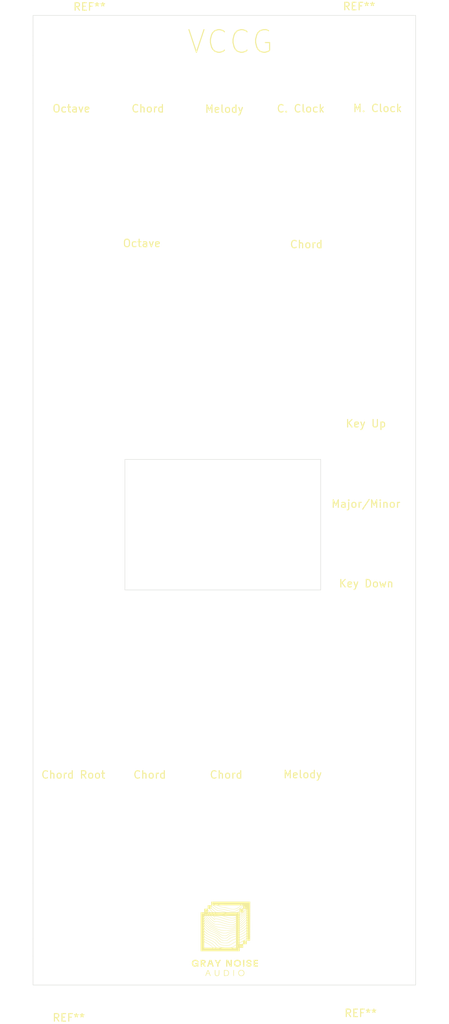
<source format=kicad_pcb>
(kicad_pcb (version 20171130) (host pcbnew 5.1.10-1.fc33)

  (general
    (thickness 1.6)
    (drawings 38)
    (tracks 0)
    (zones 0)
    (modules 19)
    (nets 1)
  )

  (page A4)
  (layers
    (0 F.Cu signal)
    (31 B.Cu signal)
    (32 B.Adhes user)
    (33 F.Adhes user)
    (34 B.Paste user)
    (35 F.Paste user)
    (36 B.SilkS user)
    (37 F.SilkS user)
    (38 B.Mask user)
    (39 F.Mask user)
    (40 Dwgs.User user)
    (41 Cmts.User user)
    (42 Eco1.User user)
    (43 Eco2.User user)
    (44 Edge.Cuts user)
    (45 Margin user)
    (46 B.CrtYd user)
    (47 F.CrtYd user)
    (48 B.Fab user)
    (49 F.Fab user)
  )

  (setup
    (last_trace_width 0.25)
    (trace_clearance 0.2)
    (zone_clearance 0.508)
    (zone_45_only no)
    (trace_min 0.2)
    (via_size 0.8)
    (via_drill 0.4)
    (via_min_size 0.4)
    (via_min_drill 0.3)
    (uvia_size 0.3)
    (uvia_drill 0.1)
    (uvias_allowed no)
    (uvia_min_size 0.2)
    (uvia_min_drill 0.1)
    (edge_width 0.05)
    (segment_width 0.2)
    (pcb_text_width 0.3)
    (pcb_text_size 1.5 1.5)
    (mod_edge_width 0.12)
    (mod_text_size 1 1)
    (mod_text_width 0.15)
    (pad_size 1.524 1.524)
    (pad_drill 0.762)
    (pad_to_mask_clearance 0)
    (aux_axis_origin 0 0)
    (visible_elements FFFFFF7F)
    (pcbplotparams
      (layerselection 0x010f0_ffffffff)
      (usegerberextensions false)
      (usegerberattributes true)
      (usegerberadvancedattributes true)
      (creategerberjobfile true)
      (excludeedgelayer true)
      (linewidth 0.100000)
      (plotframeref false)
      (viasonmask false)
      (mode 1)
      (useauxorigin false)
      (hpglpennumber 1)
      (hpglpenspeed 20)
      (hpglpendiameter 15.000000)
      (psnegative false)
      (psa4output false)
      (plotreference true)
      (plotvalue true)
      (plotinvisibletext false)
      (padsonsilk false)
      (subtractmaskfromsilk false)
      (outputformat 1)
      (mirror false)
      (drillshape 0)
      (scaleselection 1)
      (outputdirectory "vccgGerbs/"))
  )

  (net 0 "")

  (net_class Default "This is the default net class."
    (clearance 0.2)
    (trace_width 0.25)
    (via_dia 0.8)
    (via_drill 0.4)
    (uvia_dia 0.3)
    (uvia_drill 0.1)
  )

  (module GrayNoise:13mmLogo (layer F.Cu) (tedit 0) (tstamp 614934FD)
    (at 203.35 134.95)
    (fp_text reference G*** (at 0 0) (layer F.SilkS) hide
      (effects (font (size 1.524 1.524) (thickness 0.3)))
    )
    (fp_text value LOGO (at 0.75 0) (layer F.SilkS) hide
      (effects (font (size 1.524 1.524) (thickness 0.3)))
    )
    (fp_poly (pts (xy 3.282203 -2.448719) (xy 3.278187 0.134937) (xy 3.051968 0.139342) (xy 2.82575 0.143746)
      (xy 2.82575 0.60325) (xy 2.3495 0.60325) (xy 2.3495 1.0795) (xy 1.889125 1.0795)
      (xy 1.889125 1.539875) (xy -3.286125 1.539875) (xy -3.286125 0.669313) (xy -2.825556 0.669313)
      (xy -2.825173 0.76521) (xy -2.824255 0.856327) (xy -2.822809 0.937447) (xy -2.820843 1.003352)
      (xy -2.818362 1.048823) (xy -2.815375 1.068643) (xy -2.815167 1.068916) (xy -2.797384 1.071353)
      (xy -2.751488 1.073593) (xy -2.681115 1.075568) (xy -2.589901 1.077212) (xy -2.481482 1.07846)
      (xy -2.359496 1.079244) (xy -2.234922 1.0795) (xy -1.66526 1.0795) (xy -1.707384 1.024272)
      (xy -1.744254 0.983284) (xy -1.800663 0.929417) (xy -1.870219 0.868109) (xy -1.946526 0.804799)
      (xy -2.023192 0.744924) (xy -2.093823 0.693922) (xy -2.103438 0.687416) (xy -2.159933 0.651332)
      (xy -2.232735 0.607266) (xy -2.310159 0.562215) (xy -2.3495 0.540093) (xy -2.43357 0.493465)
      (xy -2.52932 0.440271) (xy -2.620709 0.389425) (xy -2.653509 0.37115) (xy -2.716059 0.336733)
      (xy -2.768097 0.308952) (xy -2.803594 0.290969) (xy -2.816227 0.28575) (xy -2.819202 0.300752)
      (xy -2.821599 0.342282) (xy -2.823426 0.40512) (xy -2.82469 0.48405) (xy -2.825398 0.573854)
      (xy -2.825556 0.669313) (xy -3.286125 0.669313) (xy -3.286125 0.140758) (xy -2.82617 0.140758)
      (xy -2.825432 0.171574) (xy -2.820539 0.197248) (xy -2.808493 0.220472) (xy -2.786299 0.243941)
      (xy -2.750959 0.270347) (xy -2.699476 0.302384) (xy -2.628853 0.342746) (xy -2.536094 0.394126)
      (xy -2.44475 0.444522) (xy -2.304618 0.523047) (xy -2.188254 0.590967) (xy -2.090902 0.651611)
      (xy -2.0078 0.708309) (xy -1.934191 0.76439) (xy -1.865314 0.823181) (xy -1.79641 0.888014)
      (xy -1.762291 0.921893) (xy -1.611313 1.073849) (xy -1.432719 1.076674) (xy -1.3617 1.077036)
      (xy -1.304068 1.07588) (xy -1.266154 1.073431) (xy -1.254125 1.070316) (xy -1.264357 1.05479)
      (xy -1.292178 1.021035) (xy -1.333273 0.973808) (xy -1.383331 0.917867) (xy -1.438038 0.857969)
      (xy -1.493081 0.798872) (xy -1.544147 0.745333) (xy -1.586923 0.70211) (xy -1.595438 0.693836)
      (xy -1.676067 0.623759) (xy -1.775769 0.550782) (xy -1.897023 0.473365) (xy -2.042307 0.38997)
      (xy -2.214102 0.29906) (xy -2.308291 0.251514) (xy -2.409445 0.200623) (xy -2.504983 0.151618)
      (xy -2.589938 0.10712) (xy -2.659344 0.06975) (xy -2.708233 0.042129) (xy -2.725855 0.031189)
      (xy -2.767884 0.004614) (xy -2.799965 -0.012451) (xy -2.810671 -0.015875) (xy -2.817908 -0.001305)
      (xy -2.823248 0.03721) (xy -2.825694 0.09188) (xy -2.82575 0.102106) (xy -2.82617 0.140758)
      (xy -3.286125 0.140758) (xy -3.286125 -0.231322) (xy -2.82575 -0.231322) (xy -2.823988 -0.157569)
      (xy -2.818055 -0.109259) (xy -2.806985 -0.080247) (xy -2.800748 -0.072516) (xy -2.77063 -0.04598)
      (xy -2.729286 -0.016257) (xy -2.67365 0.018409) (xy -2.600655 0.059772) (xy -2.507236 0.109587)
      (xy -2.390326 0.169609) (xy -2.286 0.222071) (xy -2.133197 0.299229) (xy -2.004539 0.366689)
      (xy -1.895293 0.427946) (xy -1.800727 0.486496) (xy -1.716107 0.545834) (xy -1.6367 0.609456)
      (xy -1.557773 0.680857) (xy -1.474593 0.763533) (xy -1.382427 0.860978) (xy -1.30175 0.948942)
      (xy -1.182688 1.079783) (xy -0.818886 1.079641) (xy -0.715731 1.079312) (xy -0.666037 1.078851)
      (xy 0.785812 1.078851) (xy 1.098353 1.079175) (xy 1.410894 1.0795) (xy 1.415853 0.904842)
      (xy 1.416683 0.834699) (xy 1.415143 0.778005) (xy 1.411553 0.741157) (xy 1.407095 0.730217)
      (xy 1.389216 0.738495) (xy 1.350604 0.761021) (xy 1.296905 0.794376) (xy 1.233765 0.835139)
      (xy 1.23247 0.83599) (xy 1.151356 0.886925) (xy 1.061665 0.93948) (xy 0.976387 0.986202)
      (xy 0.928687 1.010291) (xy 0.785812 1.078851) (xy -0.666037 1.078851) (xy -0.624535 1.078466)
      (xy -0.549624 1.077189) (xy -0.495325 1.075568) (xy -0.465966 1.073688) (xy -0.462057 1.072527)
      (xy -0.479881 1.066178) (xy -0.520697 1.055724) (xy -0.57635 1.043222) (xy -0.587734 1.040825)
      (xy -0.660171 1.021396) (xy -0.744403 0.992362) (xy -0.824373 0.959363) (xy -0.838509 0.952751)
      (xy -0.904535 0.917218) (xy -0.969769 0.873298) (xy -1.03798 0.817625) (xy -1.112938 0.746835)
      (xy -1.198412 0.657562) (xy -1.29817 0.54644) (xy -1.314586 0.527695) (xy -1.379626 0.458038)
      (xy -1.449123 0.394228) (xy -1.526902 0.333867) (xy -1.61679 0.27456) (xy -1.72261 0.21391)
      (xy -1.848188 0.149522) (xy -1.997349 0.078998) (xy -2.116967 0.025088) (xy -2.2557 -0.037617)
      (xy -2.37001 -0.092041) (xy -2.465199 -0.14106) (xy -2.546571 -0.187548) (xy -2.619427 -0.234382)
      (xy -2.689071 -0.284437) (xy -2.692365 -0.286925) (xy -2.742094 -0.323254) (xy -2.782832 -0.350605)
      (xy -2.80757 -0.364347) (xy -2.810716 -0.365125) (xy -2.81754 -0.350473) (xy -2.822745 -0.311387)
      (xy -2.82551 -0.255173) (xy -2.82575 -0.231322) (xy -3.286125 -0.231322) (xy -3.286125 -0.59049)
      (xy -2.82575 -0.59049) (xy -2.825257 -0.523109) (xy -2.822243 -0.479104) (xy -2.814407 -0.450101)
      (xy -2.799448 -0.427724) (xy -2.775063 -0.403602) (xy -2.774157 -0.402758) (xy -2.695642 -0.335252)
      (xy -2.608047 -0.271318) (xy -2.506801 -0.208243) (xy -2.387333 -0.143314) (xy -2.245068 -0.073819)
      (xy -2.135117 -0.023528) (xy -1.96441 0.054194) (xy -1.819661 0.12335) (xy -1.697069 0.186444)
      (xy -1.592836 0.245984) (xy -1.503162 0.304474) (xy -1.424246 0.36442) (xy -1.352291 0.428328)
      (xy -1.283495 0.498704) (xy -1.21406 0.578053) (xy -1.203251 0.591009) (xy -1.143828 0.659742)
      (xy -1.082427 0.725909) (xy -1.026161 0.782124) (xy -0.982141 0.820997) (xy -0.980948 0.821923)
      (xy -0.86832 0.896002) (xy -0.740697 0.954801) (xy -0.593892 0.999718) (xy -0.423719 1.032151)
      (xy -0.309563 1.046109) (xy -0.233241 1.053966) (xy -0.164112 1.061305) (xy -0.111069 1.067171)
      (xy -0.087313 1.070013) (xy -0.057696 1.071683) (xy -0.001725 1.072851) (xy 0.07521 1.073481)
      (xy 0.167717 1.073538) (xy 0.270405 1.072987) (xy 0.309562 1.072625) (xy 0.426927 1.071144)
      (xy 0.517896 1.06912) (xy 0.587823 1.066089) (xy 0.642063 1.061588) (xy 0.685968 1.055153)
      (xy 0.724892 1.046322) (xy 0.764191 1.034629) (xy 0.769937 1.032767) (xy 0.843146 1.007131)
      (xy 0.9115 0.978743) (xy 0.981556 0.944205) (xy 1.059872 0.900122) (xy 1.153005 0.843096)
      (xy 1.226343 0.796354) (xy 1.412875 0.676226) (xy 1.412875 0.532977) (xy 1.87325 0.532977)
      (xy 1.87325 0.60325) (xy 2.04664 0.60325) (xy 2.123138 0.602917) (xy 2.175611 0.60081)
      (xy 2.191873 0.598319) (xy 2.306599 0.598319) (xy 2.321059 0.603238) (xy 2.322806 0.60325)
      (xy 2.35023 0.594948) (xy 2.356759 0.588471) (xy 2.358803 0.569966) (xy 2.342952 0.564803)
      (xy 2.321234 0.575704) (xy 2.317604 0.579612) (xy 2.306599 0.598319) (xy 2.191873 0.598319)
      (xy 2.211785 0.595269) (xy 2.239385 0.584632) (xy 2.266138 0.567237) (xy 2.286557 0.551656)
      (xy 2.353083 0.500062) (xy 2.352672 0.353218) (xy 2.351954 0.288845) (xy 2.350369 0.238021)
      (xy 2.348195 0.207955) (xy 2.346911 0.20291) (xy 2.331778 0.20876) (xy 2.295121 0.227292)
      (xy 2.242951 0.25538) (xy 2.198687 0.280028) (xy 2.125822 0.321079) (xy 2.051402 0.362931)
      (xy 1.987296 0.398911) (xy 1.964531 0.411658) (xy 1.915632 0.440004) (xy 1.888322 0.461503)
      (xy 1.876316 0.484509) (xy 1.873328 0.517377) (xy 1.87325 0.532977) (xy 1.412875 0.532977)
      (xy 1.412875 0.480988) (xy 1.41207 0.406468) (xy 1.409876 0.345063) (xy 1.406619 0.302833)
      (xy 1.402628 0.285838) (xy 1.402309 0.28575) (xy 1.380696 0.293455) (xy 1.337443 0.314508)
      (xy 1.27807 0.345813) (xy 1.208098 0.384277) (xy 1.133046 0.426805) (xy 1.058435 0.470302)
      (xy 0.989787 0.511673) (xy 0.93262 0.547825) (xy 0.92075 0.555697) (xy 0.80206 0.632101)
      (xy 0.698966 0.689744) (xy 0.603708 0.731373) (xy 0.508525 0.759737) (xy 0.405659 0.777582)
      (xy 0.287348 0.787656) (xy 0.261937 0.788944) (xy 0.143156 0.791037) (xy 0.008621 0.787782)
      (xy -0.131942 0.779856) (xy -0.268805 0.767936) (xy -0.392241 0.752701) (xy -0.481756 0.737147)
      (xy -0.592279 0.706398) (xy -0.7034 0.662156) (xy -0.80268 0.60982) (xy -0.851361 0.576798)
      (xy -0.882119 0.548968) (xy -0.92769 0.502187) (xy -0.982817 0.442103) (xy -1.042239 0.374365)
      (xy -1.066921 0.345335) (xy -1.144366 0.257058) (xy -1.219608 0.180364) (xy -1.296961 0.112471)
      (xy -1.380738 0.050598) (xy -1.475251 -0.008036) (xy -1.584813 -0.066215) (xy -1.713737 -0.126718)
      (xy -1.866336 -0.192328) (xy -1.960563 -0.231047) (xy -2.132214 -0.3033) (xy -2.278248 -0.37078)
      (xy -2.403858 -0.43639) (xy -2.514236 -0.503032) (xy -2.614573 -0.573609) (xy -2.706688 -0.648116)
      (xy -2.752879 -0.686618) (xy -2.790085 -0.715427) (xy -2.8117 -0.72949) (xy -2.813844 -0.730109)
      (xy -2.819139 -0.715497) (xy -2.823224 -0.676291) (xy -2.825488 -0.619644) (xy -2.82575 -0.59049)
      (xy -3.286125 -0.59049) (xy -3.286125 -0.951675) (xy -2.82575 -0.951675) (xy -2.82575 -0.813266)
      (xy -2.719392 -0.713773) (xy -2.624053 -0.63281) (xy -2.510524 -0.549357) (xy -2.390548 -0.471517)
      (xy -2.275866 -0.407393) (xy -2.274255 -0.406581) (xy -2.232055 -0.386751) (xy -2.167108 -0.357945)
      (xy -2.086118 -0.323058) (xy -1.995785 -0.284983) (xy -1.921282 -0.254167) (xy -1.760852 -0.187276)
      (xy -1.626257 -0.128067) (xy -1.513323 -0.073856) (xy -1.417875 -0.021961) (xy -1.335736 0.030302)
      (xy -1.262733 0.085613) (xy -1.19469 0.146657) (xy -1.127431 0.216115) (xy -1.056782 0.296671)
      (xy -1.048229 0.306794) (xy -0.950295 0.418395) (xy -0.862927 0.506233) (xy -0.780667 0.573959)
      (xy -0.698057 0.625219) (xy -0.609639 0.663661) (xy -0.509953 0.692934) (xy -0.451026 0.705909)
      (xy -0.335896 0.725042) (xy -0.206706 0.739687) (xy -0.06994 0.74971) (xy 0.067918 0.754974)
      (xy 0.200384 0.755343) (xy 0.320974 0.750681) (xy 0.423205 0.740853) (xy 0.500144 0.725849)
      (xy 0.57111 0.703234) (xy 0.639721 0.675074) (xy 0.712936 0.637847) (xy 0.797715 0.588032)
      (xy 0.894781 0.526184) (xy 0.981936 0.471506) (xy 1.081232 0.412661) (xy 1.178636 0.357817)
      (xy 1.240062 0.325215) (xy 1.412875 0.23682) (xy 1.412875 0.081422) (xy 1.87325 0.081422)
      (xy 1.87325 0.247086) (xy 1.873846 0.315286) (xy 1.875459 0.369853) (xy 1.877823 0.404206)
      (xy 1.879939 0.41275) (xy 1.895147 0.405244) (xy 1.933561 0.384334) (xy 1.990857 0.35243)
      (xy 2.062712 0.311941) (xy 2.144799 0.265277) (xy 2.15375 0.260166) (xy 2.302133 0.173926)
      (xy 2.372647 0.130968) (xy 2.461507 0.130968) (xy 2.475942 0.13575) (xy 2.515759 0.139615)
      (xy 2.574595 0.142128) (xy 2.63525 0.142875) (xy 2.809875 0.142875) (xy 2.809875 0.007937)
      (xy 2.808846 -0.053043) (xy 2.806101 -0.09968) (xy 2.80215 -0.124686) (xy 2.800404 -0.127)
      (xy 2.78442 -0.117306) (xy 2.752338 -0.092085) (xy 2.717432 -0.062302) (xy 2.661917 -0.017017)
      (xy 2.59637 0.031449) (xy 2.55316 0.06073) (xy 2.507412 0.091676) (xy 2.474502 0.116883)
      (xy 2.461511 0.130923) (xy 2.461507 0.130968) (xy 2.372647 0.130968) (xy 2.426112 0.098397)
      (xy 2.529989 0.030728) (xy 2.618064 -0.031937) (xy 2.694639 -0.092449) (xy 2.726531 -0.119771)
      (xy 2.809875 -0.192963) (xy 2.809875 -0.46407) (xy 2.744965 -0.405428) (xy 2.677581 -0.350119)
      (xy 2.594706 -0.292633) (xy 2.493014 -0.230994) (xy 2.36918 -0.163224) (xy 2.219878 -0.087343)
      (xy 2.164983 -0.060444) (xy 1.87325 0.081422) (xy 1.412875 0.081422) (xy 1.412875 -0.055996)
      (xy 1.875694 -0.055996) (xy 1.876828 -0.00458) (xy 1.87979 0.026118) (xy 1.882383 0.03175)
      (xy 1.899127 0.025053) (xy 1.939884 0.006368) (xy 2.000219 -0.0222) (xy 2.075692 -0.058547)
      (xy 2.161869 -0.100566) (xy 2.180614 -0.109767) (xy 2.313515 -0.176198) (xy 2.421876 -0.233191)
      (xy 2.51041 -0.283653) (xy 2.58383 -0.330493) (xy 2.646846 -0.376618) (xy 2.704173 -0.424934)
      (xy 2.729897 -0.448665) (xy 2.809875 -0.524268) (xy 2.809875 -0.666947) (xy 2.809264 -0.729822)
      (xy 2.807628 -0.778552) (xy 2.805261 -0.80605) (xy 2.803943 -0.809625) (xy 2.790129 -0.799705)
      (xy 2.76029 -0.773953) (xy 2.728537 -0.745009) (xy 2.584237 -0.62594) (xy 2.418179 -0.517689)
      (xy 2.226885 -0.418176) (xy 2.06375 -0.347619) (xy 1.881187 -0.274341) (xy 1.876643 -0.121296)
      (xy 1.875694 -0.055996) (xy 1.412875 -0.055996) (xy 1.412875 -0.109703) (xy 1.313656 -0.072209)
      (xy 1.162806 -0.013448) (xy 1.036559 0.040041) (xy 0.928879 0.09131) (xy 0.83373 0.14341)
      (xy 0.745075 0.199394) (xy 0.667263 0.254572) (xy 0.564324 0.327868) (xy 0.475684 0.382227)
      (xy 0.393115 0.420332) (xy 0.308389 0.444866) (xy 0.21328 0.458513) (xy 0.099559 0.463956)
      (xy 0.023812 0.464417) (xy -0.180983 0.456778) (xy -0.35842 0.435097) (xy -0.509752 0.399094)
      (xy -0.636232 0.348494) (xy -0.715329 0.300945) (xy -0.743486 0.276261) (xy -0.786368 0.233074)
      (xy -0.838359 0.177263) (xy -0.893843 0.114703) (xy -0.899194 0.108504) (xy -0.991204 0.004003)
      (xy -1.072632 -0.081653) (xy -1.149208 -0.15239) (xy -1.226661 -0.212137) (xy -1.31072 -0.264818)
      (xy -1.407114 -0.314362) (xy -1.521574 -0.364694) (xy -1.659827 -0.419741) (xy -1.682878 -0.428612)
      (xy -1.88387 -0.508199) (xy -2.05772 -0.58278) (xy -2.208227 -0.654474) (xy -2.339191 -0.725401)
      (xy -2.45441 -0.797678) (xy -2.557683 -0.873424) (xy -2.652808 -0.954758) (xy -2.690893 -0.990752)
      (xy -2.740529 -1.037547) (xy -2.781602 -1.073621) (xy -2.809071 -1.094707) (xy -2.817724 -1.09811)
      (xy -2.821331 -1.079645) (xy -2.824098 -1.037197) (xy -2.8256 -0.97853) (xy -2.82575 -0.951675)
      (xy -3.286125 -0.951675) (xy -3.286125 -1.186979) (xy -2.825751 -1.186979) (xy -2.704629 -1.062516)
      (xy -2.593006 -0.956604) (xy -2.472359 -0.86022) (xy -2.338516 -0.770903) (xy -2.187302 -0.686188)
      (xy -2.014544 -0.603613) (xy -1.816067 -0.520715) (xy -1.730375 -0.487609) (xy -1.575675 -0.427508)
      (xy -1.447058 -0.373709) (xy -1.340129 -0.323627) (xy -1.250491 -0.274675) (xy -1.173748 -0.22427)
      (xy -1.105503 -0.169825) (xy -1.041359 -0.108756) (xy -0.988006 -0.051097) (xy -0.890999 0.057423)
      (xy -0.810375 0.144396) (xy -0.742316 0.212772) (xy -0.683004 0.265496) (xy -0.62862 0.305518)
      (xy -0.575347 0.335784) (xy -0.519364 0.359243) (xy -0.456856 0.378841) (xy -0.417615 0.389219)
      (xy -0.305882 0.410631) (xy -0.173213 0.424968) (xy -0.029726 0.431778) (xy 0.114465 0.430612)
      (xy 0.249244 0.421016) (xy 0.262046 0.419548) (xy 0.33287 0.403376) (xy 0.413319 0.36965)
      (xy 0.507013 0.316506) (xy 0.617575 0.242079) (xy 0.644528 0.22266) (xy 0.781682 0.131117)
      (xy 0.930142 0.048948) (xy 1.097188 -0.027578) (xy 1.250156 -0.087633) (xy 1.412875 -0.147753)
      (xy 1.412875 -0.296127) (xy 1.411325 -0.3735) (xy 1.406474 -0.421646) (xy 1.398019 -0.442946)
      (xy 1.394026 -0.4445) (xy 1.367958 -0.439679) (xy 1.318117 -0.426521) (xy 1.250767 -0.40699)
      (xy 1.172169 -0.383047) (xy 1.088585 -0.356653) (xy 1.006276 -0.32977) (xy 0.931505 -0.304361)
      (xy 0.870534 -0.282386) (xy 0.845921 -0.272789) (xy 0.754066 -0.232711) (xy 0.675246 -0.191136)
      (xy 0.599532 -0.14192) (xy 0.516995 -0.078915) (xy 0.469091 -0.039505) (xy 0.395405 0.021386)
      (xy 0.336318 0.06615) (xy 0.284594 0.097269) (xy 0.233002 0.117222) (xy 0.174307 0.12849)
      (xy 0.101275 0.133552) (xy 0.006672 0.13489) (xy -0.039688 0.134937) (xy -0.186161 0.132457)
      (xy -0.307178 0.123396) (xy -0.408763 0.105322) (xy -0.496935 0.075804) (xy -0.577719 0.03241)
      (xy -0.657135 -0.027292) (xy -0.741206 -0.105734) (xy -0.808177 -0.175368) (xy -0.888963 -0.260372)
      (xy -0.960785 -0.331502) (xy -1.028327 -0.391708) (xy -1.096275 -0.443935) (xy -1.169311 -0.491132)
      (xy -1.252122 -0.536244) (xy -1.349391 -0.58222) (xy -1.465803 -0.632006) (xy -1.606041 -0.688549)
      (xy -1.653897 -0.707443) (xy -1.881711 -0.801916) (xy -2.080777 -0.895139) (xy -2.25395 -0.988891)
      (xy -2.404088 -1.084953) (xy -2.534047 -1.185103) (xy -2.646683 -1.291122) (xy -2.716548 -1.369535)
      (xy -2.756375 -1.416314) (xy -2.789299 -1.452607) (xy -2.809569 -1.472145) (xy -2.812114 -1.47373)
      (xy -2.818038 -1.461437) (xy -2.822663 -1.424073) (xy -2.825341 -1.368307) (xy -2.82575 -1.333)
      (xy -2.825751 -1.186979) (xy -3.286125 -1.186979) (xy -3.286125 -1.704061) (xy -2.82575 -1.704061)
      (xy -2.825217 -1.637226) (xy -2.821623 -1.592008) (xy -2.811976 -1.558273) (xy -2.793286 -1.525887)
      (xy -2.762561 -1.484716) (xy -2.760036 -1.481442) (xy -2.695905 -1.406282) (xy -2.613785 -1.321639)
      (xy -2.522227 -1.235457) (xy -2.42978 -1.15568) (xy -2.344996 -1.090253) (xy -2.321577 -1.074107)
      (xy -2.225474 -1.014627) (xy -2.112661 -0.953248) (xy -1.97995 -0.88844) (xy -1.824154 -0.818671)
      (xy -1.642085 -0.742411) (xy -1.571625 -0.713928) (xy -1.471614 -0.673273) (xy -1.377229 -0.633888)
      (xy -1.294013 -0.598165) (xy -1.227508 -0.568496) (xy -1.183256 -0.54727) (xy -1.17475 -0.542681)
      (xy -1.082785 -0.483838) (xy -0.988243 -0.409878) (xy -0.886608 -0.31693) (xy -0.773361 -0.201123)
      (xy -0.761954 -0.18892) (xy -0.678392 -0.102354) (xy -0.607791 -0.037519) (xy -0.544358 0.009472)
      (xy -0.482298 0.042506) (xy -0.415819 0.065471) (xy -0.365125 0.07732) (xy -0.310393 0.088467)
      (xy -0.264488 0.097993) (xy -0.246063 0.101933) (xy -0.218664 0.104332) (xy -0.166687 0.10585)
      (xy -0.097294 0.106374) (xy -0.017649 0.105793) (xy -0.007938 0.105647) (xy 0.084126 0.103296)
      (xy 0.150885 0.099108) (xy 0.198767 0.092277) (xy 0.2342 0.081999) (xy 0.254 0.072878)
      (xy 0.290057 0.049933) (xy 0.341792 0.012232) (xy 0.400977 -0.034083) (xy 0.436562 -0.063385)
      (xy 0.497605 -0.113327) (xy 0.557316 -0.15982) (xy 0.60687 -0.196096) (xy 0.627062 -0.209528)
      (xy 0.68333 -0.239416) (xy 0.764205 -0.275502) (xy 0.863702 -0.31548) (xy 0.975838 -0.357044)
      (xy 1.09463 -0.397887) (xy 1.21339 -0.435493) (xy 1.285721 -0.457527) (xy 1.345951 -0.476258)
      (xy 1.388153 -0.489814) (xy 1.406402 -0.496325) (xy 1.406669 -0.496504) (xy 1.411103 -0.515394)
      (xy 1.413607 -0.55495) (xy 1.41418 -0.597005) (xy 1.87325 -0.597005) (xy 1.87325 -0.457253)
      (xy 1.874109 -0.395088) (xy 1.876407 -0.347141) (xy 1.879725 -0.320573) (xy 1.881429 -0.3175)
      (xy 1.898625 -0.323007) (xy 1.938946 -0.337928) (xy 1.996046 -0.359872) (xy 2.052086 -0.381881)
      (xy 2.269944 -0.479281) (xy 2.461572 -0.588991) (xy 2.630901 -0.713405) (xy 2.706875 -0.780415)
      (xy 2.809875 -0.876766) (xy 2.809875 -1.194662) (xy 2.692405 -1.083078) (xy 2.51913 -0.93762)
      (xy 2.32247 -0.806818) (xy 2.108997 -0.694813) (xy 2.004218 -0.649637) (xy 1.87325 -0.597005)
      (xy 1.41418 -0.597005) (xy 1.4143 -0.605807) (xy 1.413298 -0.658603) (xy 1.410721 -0.703976)
      (xy 1.406684 -0.732563) (xy 1.403636 -0.737764) (xy 1.378662 -0.733595) (xy 1.329144 -0.722723)
      (xy 1.261202 -0.706672) (xy 1.180956 -0.686969) (xy 1.094527 -0.665137) (xy 1.008036 -0.642702)
      (xy 0.927604 -0.621188) (xy 0.860734 -0.602518) (xy 0.708558 -0.552199) (xy 0.580095 -0.494401)
      (xy 0.46748 -0.424935) (xy 0.362845 -0.339612) (xy 0.357177 -0.334386) (xy 0.287057 -0.272248)
      (xy 0.226692 -0.22799) (xy 0.168292 -0.199008) (xy 0.104069 -0.182699) (xy 0.026234 -0.17646)
      (xy -0.073002 -0.177687) (xy -0.107451 -0.179093) (xy -0.237345 -0.187568) (xy -0.342938 -0.202056)
      (xy -0.431524 -0.225466) (xy -0.510401 -0.260703) (xy -0.586864 -0.310674) (xy -0.668208 -0.378288)
      (xy -0.714375 -0.420927) (xy -0.81259 -0.510775) (xy -0.905437 -0.588304) (xy -0.998411 -0.656909)
      (xy -1.097008 -0.719985) (xy -1.206724 -0.780928) (xy -1.333054 -0.843134) (xy -1.481493 -0.909997)
      (xy -1.562063 -0.944681) (xy -1.713378 -1.00997) (xy -1.839954 -1.066741) (xy -1.946823 -1.11752)
      (xy -2.039014 -1.164834) (xy -2.121556 -1.21121) (xy -2.199478 -1.259176) (xy -2.23752 -1.284039)
      (xy -2.355473 -1.3708) (xy -2.477001 -1.474864) (xy -2.592278 -1.587075) (xy -2.691478 -1.698279)
      (xy -2.717536 -1.731256) (xy -2.756561 -1.780734) (xy -2.788979 -1.818716) (xy -2.809714 -1.839383)
      (xy -2.813681 -1.8415) (xy -2.81909 -1.826832) (xy -2.823246 -1.787641) (xy -2.825513 -1.731148)
      (xy -2.82575 -1.704061) (xy -3.286125 -1.704061) (xy -3.286125 -2.070817) (xy -2.825751 -2.070817)
      (xy -2.824633 -2.007237) (xy -2.818735 -1.962686) (xy -2.80424 -1.924454) (xy -2.777329 -1.879833)
      (xy -2.761134 -1.855732) (xy -2.628326 -1.682091) (xy -2.475398 -1.523752) (xy -2.300104 -1.379021)
      (xy -2.100195 -1.246199) (xy -1.873427 -1.123593) (xy -1.667328 -1.030106) (xy -1.501856 -0.959684)
      (xy -1.361611 -0.897748) (xy -1.242116 -0.841577) (xy -1.138893 -0.788447) (xy -1.047463 -0.735638)
      (xy -0.963349 -0.680427) (xy -0.882073 -0.620092) (xy -0.799155 -0.551912) (xy -0.71012 -0.473163)
      (xy -0.63061 -0.399918) (xy -0.575423 -0.351775) (xy -0.521105 -0.309932) (xy -0.476731 -0.281202)
      (xy -0.464512 -0.275202) (xy -0.381925 -0.248595) (xy -0.280705 -0.227921) (xy -0.170281 -0.213993)
      (xy -0.060084 -0.207625) (xy 0.040457 -0.20963) (xy 0.121913 -0.220823) (xy 0.132984 -0.223642)
      (xy 0.185129 -0.248474) (xy 0.251068 -0.296695) (xy 0.302851 -0.342465) (xy 0.408931 -0.434692)
      (xy 0.508069 -0.504136) (xy 0.608196 -0.556065) (xy 0.650099 -0.573036) (xy 0.682303 -0.583575)
      (xy 0.737693 -0.600038) (xy 0.810968 -0.620991) (xy 0.896825 -0.644995) (xy 0.989962 -0.670614)
      (xy 1.085079 -0.696412) (xy 1.176871 -0.720952) (xy 1.260039 -0.742797) (xy 1.32928 -0.76051)
      (xy 1.379291 -0.772656) (xy 1.404772 -0.777796) (xy 1.406049 -0.777875) (xy 1.409312 -0.792456)
      (xy 1.411725 -0.831024) (xy 1.412845 -0.88582) (xy 1.412875 -0.896938) (xy 1.412822 -0.900559)
      (xy 1.87325 -0.900559) (xy 1.87325 -0.635464) (xy 1.952123 -0.666553) (xy 2.003777 -0.688542)
      (xy 2.071213 -0.719451) (xy 2.14204 -0.753558) (xy 2.161029 -0.763021) (xy 2.364047 -0.877049)
      (xy 2.547005 -1.006322) (xy 2.710656 -1.148823) (xy 2.809875 -1.243283) (xy 2.809875 -1.546819)
      (xy 2.718593 -1.458712) (xy 2.504256 -1.271705) (xy 2.276076 -1.111893) (xy 2.029547 -0.976126)
      (xy 2.02594 -0.974379) (xy 1.87325 -0.900559) (xy 1.412822 -0.900559) (xy 1.412029 -0.953854)
      (xy 1.409793 -0.995955) (xy 1.406615 -1.015482) (xy 1.40597 -1.016) (xy 1.387797 -1.010877)
      (xy 1.354377 -0.998752) (xy 1.325859 -0.989693) (xy 1.271899 -0.974307) (xy 1.197835 -0.954047)
      (xy 1.109006 -0.930368) (xy 1.010751 -0.904726) (xy 0.98425 -0.897899) (xy 0.829758 -0.856436)
      (xy 0.70146 -0.81761) (xy 0.594163 -0.77927) (xy 0.502675 -0.739266) (xy 0.421801 -0.695447)
      (xy 0.346348 -0.645662) (xy 0.310149 -0.61872) (xy 0.23336 -0.563153) (xy 0.168387 -0.526529)
      (xy 0.104828 -0.505107) (xy 0.032283 -0.495146) (xy -0.039688 -0.492914) (xy -0.195126 -0.498531)
      (xy -0.330033 -0.518753) (xy -0.453288 -0.556227) (xy -0.573772 -0.6136) (xy -0.690992 -0.687049)
      (xy -0.85794 -0.799806) (xy -1.005309 -0.895549) (xy -1.131673 -0.973384) (xy -1.235607 -1.032421)
      (xy -1.277938 -1.054227) (xy -1.327424 -1.078414) (xy -1.39893 -1.11312) (xy -1.485842 -1.155148)
      (xy -1.581549 -1.201301) (xy -1.679435 -1.248381) (xy -1.684765 -1.250941) (xy -1.782661 -1.298875)
      (xy -1.878542 -1.347492) (xy -1.96579 -1.393313) (xy -2.037787 -1.43286) (xy -2.087916 -1.462654)
      (xy -2.089578 -1.463727) (xy -2.305875 -1.621424) (xy -2.496427 -1.797312) (xy -2.662045 -1.99218)
      (xy -2.726862 -2.083594) (xy -2.761724 -2.133303) (xy -2.790955 -2.170759) (xy -2.809526 -2.189648)
      (xy -2.812205 -2.19075) (xy -2.818658 -2.176169) (xy -2.823442 -2.137576) (xy -2.825684 -2.0827)
      (xy -2.825751 -2.070817) (xy -3.286125 -2.070817) (xy -3.286125 -2.414323) (xy -2.82571 -2.414323)
      (xy -2.823492 -2.352633) (xy -2.814086 -2.305416) (xy -2.793273 -2.257998) (xy -2.768295 -2.214563)
      (xy -2.64659 -2.036619) (xy -2.500709 -1.863699) (xy -2.338102 -1.7036) (xy -2.166221 -1.56412)
      (xy -2.107422 -1.523065) (xy -2.041802 -1.480299) (xy -1.976191 -1.440246) (xy -1.905841 -1.400415)
      (xy -1.826007 -1.358313) (xy -1.73194 -1.311448) (xy -1.618895 -1.25733) (xy -1.482124 -1.193466)
      (xy -1.4605 -1.183461) (xy -1.158325 -1.030864) (xy -0.882467 -0.864377) (xy -0.746125 -0.770072)
      (xy -0.660234 -0.708817) (xy -0.592808 -0.663589) (xy -0.537441 -0.630677) (xy -0.487729 -0.606371)
      (xy -0.437265 -0.586962) (xy -0.420121 -0.581246) (xy -0.321094 -0.555606) (xy -0.210443 -0.537493)
      (xy -0.098223 -0.527738) (xy 0.005512 -0.527167) (xy 0.090708 -0.53661) (xy 0.099236 -0.538461)
      (xy 0.139146 -0.55445) (xy 0.193787 -0.585047) (xy 0.253429 -0.624614) (xy 0.273861 -0.639672)
      (xy 0.35764 -0.699771) (xy 0.43965 -0.750133) (xy 0.526044 -0.793393) (xy 0.62298 -0.832187)
      (xy 0.73661 -0.869152) (xy 0.873092 -0.906923) (xy 0.934516 -0.92261) (xy 1.035388 -0.948195)
      (xy 1.131528 -0.973084) (xy 1.216475 -0.995565) (xy 1.283766 -1.013928) (xy 1.32694 -1.026462)
      (xy 1.328025 -1.026802) (xy 1.412875 -1.053549) (xy 1.412875 -1.153837) (xy 1.411547 -1.205558)
      (xy 1.411501 -1.206043) (xy 1.87325 -1.206043) (xy 1.87325 -1.078202) (xy 1.873529 -1.017308)
      (xy 1.877645 -0.978995) (xy 1.890509 -0.96147) (xy 1.917035 -0.962938) (xy 1.962138 -0.981603)
      (xy 2.030729 -1.015671) (xy 2.036503 -1.018569) (xy 2.230627 -1.126333) (xy 2.409852 -1.248717)
      (xy 2.583186 -1.39219) (xy 2.670968 -1.474351) (xy 2.809875 -1.609121) (xy 2.809875 -1.909916)
      (xy 2.647156 -1.751689) (xy 2.445654 -1.571044) (xy 2.238695 -1.415036) (xy 2.03036 -1.286655)
      (xy 1.968732 -1.254243) (xy 1.87325 -1.206043) (xy 1.411501 -1.206043) (xy 1.40808 -1.241772)
      (xy 1.403666 -1.254125) (xy 1.385562 -1.249169) (xy 1.344812 -1.235897) (xy 1.288656 -1.216702)
      (xy 1.258388 -1.206099) (xy 1.189385 -1.183442) (xy 1.100662 -1.156756) (xy 1.003402 -1.129292)
      (xy 0.90879 -1.104302) (xy 0.904191 -1.103141) (xy 0.811909 -1.078186) (xy 0.700963 -1.045515)
      (xy 0.582427 -1.008539) (xy 0.467373 -0.970672) (xy 0.410501 -0.951022) (xy 0.312053 -0.916543)
      (xy 0.236394 -0.891206) (xy 0.176425 -0.873441) (xy 0.125048 -0.861675) (xy 0.075164 -0.854336)
      (xy 0.019675 -0.849852) (xy -0.048518 -0.846652) (xy -0.0635 -0.84606) (xy -0.163295 -0.843565)
      (xy -0.24412 -0.845576) (xy -0.318548 -0.853002) (xy -0.399155 -0.866748) (xy -0.426494 -0.872256)
      (xy -0.517942 -0.893349) (xy -0.600925 -0.918157) (xy -0.682853 -0.949755) (xy -0.771134 -0.991217)
      (xy -0.873178 -1.04562) (xy -0.9525 -1.09059) (xy -1.014125 -1.125238) (xy -1.097775 -1.171027)
      (xy -1.197219 -1.224614) (xy -1.306231 -1.282656) (xy -1.418579 -1.341812) (xy -1.49225 -1.380215)
      (xy -1.602943 -1.438555) (xy -1.71388 -1.49865) (xy -1.818941 -1.557065) (xy -1.912006 -1.610364)
      (xy -1.986952 -1.655113) (xy -2.024063 -1.678655) (xy -2.170709 -1.787452) (xy -2.318973 -1.919495)
      (xy -2.461717 -2.067513) (xy -2.591803 -2.224231) (xy -2.677893 -2.344808) (xy -2.723583 -2.4123)
      (xy -2.763447 -2.468199) (xy -2.794199 -2.508124) (xy -2.812552 -2.527696) (xy -2.815891 -2.528693)
      (xy -2.820925 -2.508867) (xy -2.824464 -2.466652) (xy -2.82571 -2.414323) (xy -3.286125 -2.414323)
      (xy -3.286125 -2.746989) (xy -2.825751 -2.746989) (xy -2.825751 -2.636478) (xy -2.684384 -2.425521)
      (xy -2.591532 -2.290969) (xy -2.502708 -2.172021) (xy -2.414372 -2.065762) (xy -2.322986 -1.969276)
      (xy -2.225013 -1.87965) (xy -2.116912 -1.793967) (xy -1.995147 -1.709313) (xy -1.856179 -1.622773)
      (xy -1.696468 -1.531431) (xy -1.512477 -1.432374) (xy -1.420496 -1.384338) (xy -1.306739 -1.324958)
      (xy -1.192688 -1.264683) (xy -1.084218 -1.206672) (xy -0.987206 -1.154086) (xy -0.907527 -1.110084)
      (xy -0.857327 -1.081506) (xy -0.731191 -1.012885) (xy -0.617478 -0.962842) (xy -0.506175 -0.927492)
      (xy -0.404813 -0.90589) (xy -0.346235 -0.895703) (xy -0.294862 -0.886723) (xy -0.269875 -0.882321)
      (xy -0.237621 -0.879893) (xy -0.182447 -0.878993) (xy -0.11315 -0.879675) (xy -0.0635 -0.881033)
      (xy -0.002319 -0.883762) (xy 0.049817 -0.888263) (xy 0.099584 -0.896051) (xy 0.153661 -0.908643)
      (xy 0.218726 -0.927555) (xy 0.301457 -0.954303) (xy 0.388937 -0.983749) (xy 0.495224 -1.018888)
      (xy 0.606913 -1.054231) (xy 0.714444 -1.086855) (xy 0.808258 -1.113843) (xy 0.860393 -1.127752)
      (xy 0.960552 -1.154409) (xy 1.063799 -1.184119) (xy 1.163539 -1.214779) (xy 1.253182 -1.244283)
      (xy 1.326133 -1.270528) (xy 1.3758 -1.291409) (xy 1.38046 -1.293753) (xy 1.404049 -1.309999)
      (xy 1.414544 -1.333202) (xy 1.415557 -1.369219) (xy 1.873385 -1.369219) (xy 1.874653 -1.313367)
      (xy 1.878124 -1.272459) (xy 1.883084 -1.254386) (xy 1.883794 -1.254125) (xy 1.901347 -1.26143)
      (xy 1.939876 -1.281059) (xy 1.99279 -1.309585) (xy 2.027141 -1.328668) (xy 2.163317 -1.412673)
      (xy 2.308514 -1.515586) (xy 2.453537 -1.630307) (xy 2.589192 -1.74974) (xy 2.655093 -1.813473)
      (xy 2.809875 -1.968949) (xy 2.809875 -2.259113) (xy 2.583656 -2.03812) (xy 2.441137 -1.902957)
      (xy 2.31109 -1.788764) (xy 2.18752 -1.690684) (xy 2.064436 -1.603858) (xy 1.986502 -1.554019)
      (xy 1.873521 -1.484313) (xy 1.873385 -1.369219) (xy 1.415557 -1.369219) (xy 1.415692 -1.374008)
      (xy 1.414776 -1.391238) (xy 1.411181 -1.436931) (xy 1.407288 -1.467017) (xy 1.40546 -1.473127)
      (xy 1.389776 -1.46961) (xy 1.351626 -1.456259) (xy 1.297817 -1.435533) (xy 1.267956 -1.423494)
      (xy 1.02562 -1.334507) (xy 0.786881 -1.268209) (xy 0.545392 -1.223624) (xy 0.294803 -1.199776)
      (xy 0.028766 -1.195689) (xy -0.162008 -1.203564) (xy -0.329589 -1.214845) (xy -0.471539 -1.22736)
      (xy -0.593976 -1.242625) (xy -0.703017 -1.262158) (xy -0.804781 -1.287476) (xy -0.905385 -1.320098)
      (xy -1.010947 -1.361541) (xy -1.127584 -1.413321) (xy -1.258556 -1.475571) (xy -1.488219 -1.591449)
      (xy -1.690981 -1.704416) (xy -1.871019 -1.818042) (xy -2.032512 -1.935898) (xy -2.179641 -2.061554)
      (xy -2.316584 -2.198579) (xy -2.44752 -2.350544) (xy -2.576628 -2.521018) (xy -2.708087 -2.713573)
      (xy -2.708499 -2.714201) (xy -2.747639 -2.77245) (xy -2.781064 -2.819285) (xy -2.804717 -2.849201)
      (xy -2.813844 -2.857251) (xy -2.819726 -2.842853) (xy -2.823981 -2.804741) (xy -2.825743 -2.750944)
      (xy -2.825751 -2.746989) (xy -3.286125 -2.746989) (xy -3.286125 -3.018812) (xy -2.824027 -3.018812)
      (xy -2.821931 -2.988254) (xy -2.813738 -2.958418) (xy -2.796827 -2.923129) (xy -2.768578 -2.876211)
      (xy -2.72637 -2.811488) (xy -2.705312 -2.779712) (xy -2.577095 -2.591687) (xy -2.457811 -2.428878)
      (xy -2.343649 -2.287424) (xy -2.230796 -2.163462) (xy -2.115441 -2.05313) (xy -1.993771 -1.952567)
      (xy -1.861974 -1.857909) (xy -1.716237 -1.765295) (xy -1.686483 -1.747508) (xy -1.594975 -1.69511)
      (xy -1.489491 -1.637722) (xy -1.375754 -1.578179) (xy -1.259485 -1.519318) (xy -1.146408 -1.463974)
      (xy -1.042243 -1.414985) (xy -0.952713 -1.375186) (xy -0.883541 -1.347413) (xy -0.869012 -1.342316)
      (xy -0.761785 -1.313) (xy -0.626892 -1.287102) (xy -0.468294 -1.265209) (xy -0.289949 -1.24791)
      (xy -0.182563 -1.240425) (xy -0.075098 -1.233982) (xy 0.007467 -1.229417) (xy 0.071925 -1.226704)
      (xy 0.125069 -1.225818) (xy 0.173692 -1.226735) (xy 0.224586 -1.229428) (xy 0.284545 -1.233874)
      (xy 0.341312 -1.238487) (xy 0.543797 -1.262643) (xy 0.751777 -1.301356) (xy 0.956116 -1.352339)
      (xy 1.147678 -1.413303) (xy 1.31733 -1.481962) (xy 1.321593 -1.483934) (xy 1.412875 -1.526328)
      (xy 1.412875 -1.596741) (xy 1.873672 -1.596741) (xy 1.876648 -1.564949) (xy 1.886714 -1.550071)
      (xy 1.907904 -1.552221) (xy 1.944253 -1.571515) (xy 1.999794 -1.608068) (xy 2.062034 -1.650689)
      (xy 2.264827 -1.801384) (xy 2.46386 -1.97163) (xy 2.646432 -2.150511) (xy 2.657643 -2.162408)
      (xy 2.809875 -2.324818) (xy 2.809409 -2.468128) (xy 2.808944 -2.611438) (xy 2.759983 -2.555875)
      (xy 2.58809 -2.367534) (xy 2.420465 -2.197133) (xy 2.259825 -2.047215) (xy 2.108886 -1.92032)
      (xy 1.976771 -1.823286) (xy 1.874255 -1.754188) (xy 1.873752 -1.645333) (xy 1.873672 -1.596741)
      (xy 1.412875 -1.596741) (xy 1.412875 -1.69194) (xy 1.273968 -1.623587) (xy 1.194266 -1.586655)
      (xy 1.10626 -1.549422) (xy 1.025994 -1.518599) (xy 1.008062 -1.512358) (xy 0.964216 -1.498004)
      (xy 0.925728 -1.487281) (xy 0.88696 -1.47967) (xy 0.842272 -1.474654) (xy 0.786026 -1.471715)
      (xy 0.712583 -1.470335) (xy 0.616304 -1.469996) (xy 0.547687 -1.470072) (xy 0.432308 -1.4706)
      (xy 0.33953 -1.47224) (xy 0.260766 -1.475765) (xy 0.187432 -1.481945) (xy 0.11094 -1.491555)
      (xy 0.022705 -1.505366) (xy -0.085861 -1.524151) (xy -0.119063 -1.530049) (xy -0.244844 -1.551172)
      (xy -0.385215 -1.572619) (xy -0.528155 -1.592689) (xy -0.661643 -1.609679) (xy -0.754063 -1.619961)
      (xy -0.881627 -1.63325) (xy -0.983494 -1.645229) (xy -1.065599 -1.6573) (xy -1.133878 -1.670864)
      (xy -1.194269 -1.687323) (xy -1.252706 -1.708078) (xy -1.315127 -1.73453) (xy -1.387467 -1.768081)
      (xy -1.393393 -1.770891) (xy -1.605669 -1.883649) (xy -1.807262 -2.014231) (xy -1.992283 -2.158232)
      (xy -2.154842 -2.311249) (xy -2.234565 -2.400064) (xy -2.309042 -2.491805) (xy -2.393817 -2.600957)
      (xy -2.482627 -2.719075) (xy -2.569211 -2.837716) (xy -2.647306 -2.948436) (xy -2.706688 -3.03668)
      (xy -2.74307 -3.08961) (xy -2.774425 -3.129792) (xy -2.791817 -3.147219) (xy -2.729863 -3.147219)
      (xy -2.720473 -3.128086) (xy -2.695058 -3.087758) (xy -2.656606 -3.030469) (xy -2.608104 -2.960453)
      (xy -2.552539 -2.881945) (xy -2.492898 -2.799177) (xy -2.432169 -2.716385) (xy -2.373338 -2.637801)
      (xy -2.336103 -2.589135) (xy -2.150944 -2.371084) (xy -1.95337 -2.180666) (xy -1.74003 -2.015089)
      (xy -1.507573 -1.871557) (xy -1.420813 -1.825879) (xy -1.333732 -1.783217) (xy -1.257741 -1.749908)
      (xy -1.185986 -1.724192) (xy -1.11161 -1.704308) (xy -1.027759 -1.688498) (xy -0.927578 -1.675001)
      (xy -0.804211 -1.662058) (xy -0.769938 -1.658796) (xy -0.669282 -1.647996) (xy -0.547242 -1.632784)
      (xy -0.413653 -1.614514) (xy -0.278353 -1.594538) (xy -0.15118 -1.574209) (xy -0.134938 -1.571471)
      (xy -0.004977 -1.549441) (xy 0.099063 -1.532128) (xy 0.182573 -1.519015) (xy 0.250947 -1.509579)
      (xy 0.309579 -1.503303) (xy 0.36386 -1.499666) (xy 0.419185 -1.498149) (xy 0.480945 -1.498231)
      (xy 0.554535 -1.499394) (xy 0.60325 -1.500329) (xy 0.742194 -1.505301) (xy 0.850938 -1.51437)
      (xy 0.93078 -1.527652) (xy 0.944562 -1.531142) (xy 0.996765 -1.54849) (xy 1.067851 -1.576254)
      (xy 1.148352 -1.610563) (xy 1.226343 -1.646369) (xy 1.412875 -1.735505) (xy 1.412875 -1.820253)
      (xy 1.411275 -1.867274) (xy 1.40716 -1.898047) (xy 1.403419 -1.905) (xy 1.385331 -1.896658)
      (xy 1.353656 -1.876268) (xy 1.349361 -1.873241) (xy 1.314856 -1.852012) (xy 1.26105 -1.822617)
      (xy 1.197474 -1.790186) (xy 1.171774 -1.777671) (xy 1.081151 -1.739933) (xy 0.985797 -1.712448)
      (xy 0.882836 -1.695385) (xy 0.769391 -1.688908) (xy 0.642586 -1.693187) (xy 0.499545 -1.708386)
      (xy 0.337389 -1.734674) (xy 0.153244 -1.772217) (xy -0.055768 -1.821182) (xy -0.198438 -1.857178)
      (xy -0.351971 -1.896455) (xy -0.479848 -1.928168) (xy -0.587038 -1.953133) (xy -0.678508 -1.972168)
      (xy -0.759228 -1.986088) (xy -0.834164 -1.995712) (xy -0.908285 -2.001856) (xy -0.986559 -2.005337)
      (xy -1.073954 -2.006972) (xy -1.11125 -2.007283) (xy -1.217315 -2.0082) (xy -1.298759 -2.01076)
      (xy -1.362709 -2.017036) (xy -1.416292 -2.029101) (xy -1.466635 -2.049027) (xy -1.520863 -2.078887)
      (xy -1.586105 -2.120755) (xy -1.651 -2.164276) (xy -1.749229 -2.238144) (xy -1.859806 -2.334823)
      (xy -1.978645 -2.44996) (xy -2.101658 -2.579201) (xy -2.224759 -2.718192) (xy -2.343859 -2.862581)
      (xy -2.454872 -3.008014) (xy -2.492975 -3.06107) (xy -2.562126 -3.159125) (xy -2.511368 -3.159125)
      (xy -2.480664 -3.110632) (xy -2.448571 -3.064308) (xy -2.399917 -2.999535) (xy -2.339097 -2.921715)
      (xy -2.270502 -2.836253) (xy -2.198525 -2.748552) (xy -2.127562 -2.664016) (xy -2.062003 -2.58805)
      (xy -2.006243 -2.526056) (xy -1.99985 -2.519205) (xy -1.90726 -2.426651) (xy -1.805696 -2.335627)
      (xy -1.700588 -2.250229) (xy -1.59737 -2.174555) (xy -1.501475 -2.112699) (xy -1.418333 -2.068757)
      (xy -1.384433 -2.055191) (xy -1.335203 -2.044966) (xy -1.262921 -2.040968) (xy -1.163775 -2.043012)
      (xy -1.147595 -2.043767) (xy -1.062659 -2.046441) (xy -0.980985 -2.04531) (xy -0.897994 -2.039665)
      (xy -0.809108 -2.028793) (xy -0.70975 -2.011984) (xy -0.595341 -1.988527) (xy -0.461302 -1.957711)
      (xy -0.303055 -1.918825) (xy -0.239181 -1.902688) (xy -0.068725 -1.85978) (xy 0.075408 -1.824589)
      (xy 0.197506 -1.796401) (xy 0.301857 -1.774506) (xy 0.39275 -1.758189) (xy 0.474472 -1.746738)
      (xy 0.551312 -1.739441) (xy 0.627556 -1.735585) (xy 0.707494 -1.734458) (xy 0.770227 -1.734942)
      (xy 1.008642 -1.738313) (xy 1.175039 -1.821717) (xy 1.261817 -1.865679) (xy 1.324186 -1.899562)
      (xy 1.33847 -1.908969) (xy 1.874284 -1.908969) (xy 1.875483 -1.857569) (xy 1.879633 -1.821713)
      (xy 1.885161 -1.80975) (xy 1.901929 -1.818746) (xy 1.9383 -1.843142) (xy 1.988659 -1.87905)
      (xy 2.038779 -1.916103) (xy 2.12039 -1.98143) (xy 2.216557 -2.064991) (xy 2.32116 -2.160928)
      (xy 2.428079 -2.263379) (xy 2.531194 -2.366484) (xy 2.624384 -2.464384) (xy 2.699072 -2.548318)
      (xy 2.811148 -2.680329) (xy 2.806542 -2.815801) (xy 2.801937 -2.951273) (xy 2.690812 -2.813318)
      (xy 2.629396 -2.740594) (xy 2.551786 -2.654077) (xy 2.462925 -2.558802) (xy 2.367754 -2.459803)
      (xy 2.271215 -2.362116) (xy 2.178249 -2.270777) (xy 2.093797 -2.19082) (xy 2.022803 -2.127282)
      (xy 1.994139 -2.103438) (xy 1.875319 -2.008188) (xy 1.874284 -1.908969) (xy 1.33847 -1.908969)
      (xy 1.366244 -1.927259) (xy 1.392093 -1.952665) (xy 1.405833 -1.979672) (xy 1.411564 -2.012174)
      (xy 1.413225 -2.047875) (xy 1.414303 -2.098106) (xy 1.41457 -2.134517) (xy 1.414228 -2.146019)
      (xy 1.401238 -2.142709) (xy 1.367225 -2.125219) (xy 1.317828 -2.096613) (xy 1.275734 -2.070751)
      (xy 1.210876 -2.031997) (xy 1.149335 -1.99864) (xy 1.100139 -1.975422) (xy 1.081266 -1.968594)
      (xy 0.990761 -1.949278) (xy 0.890279 -1.93993) (xy 0.777435 -1.940923) (xy 0.649844 -1.952632)
      (xy 0.505121 -1.975429) (xy 0.340881 -2.009689) (xy 0.154738 -2.055786) (xy -0.055691 -2.114092)
      (xy -0.28575 -2.182818) (xy -0.461219 -2.236013) (xy -0.610338 -2.279489) (xy -0.736705 -2.314071)
      (xy -0.843917 -2.340584) (xy -0.935572 -2.359856) (xy -1.015267 -2.372713) (xy -1.086601 -2.37998)
      (xy -1.15317 -2.382483) (xy -1.155281 -2.382494) (xy -1.233077 -2.381329) (xy -1.28909 -2.37603)
      (xy -1.333181 -2.365035) (xy -1.372707 -2.348041) (xy -1.415561 -2.32779) (xy -1.442397 -2.321468)
      (xy -1.465402 -2.328427) (xy -1.487426 -2.341941) (xy -1.570614 -2.401966) (xy -1.668186 -2.482089)
      (xy -1.77499 -2.57738) (xy -1.885874 -2.68291) (xy -1.995686 -2.793748) (xy -2.099274 -2.904964)
      (xy -2.191486 -3.011628) (xy -2.206625 -3.030145) (xy -2.304616 -3.151188) (xy -2.260708 -3.151188)
      (xy -2.117046 -2.9845) (xy -2.048997 -2.907842) (xy -1.972752 -2.825613) (xy -1.898077 -2.748167)
      (xy -1.839973 -2.690813) (xy -1.773864 -2.629515) (xy -1.703493 -2.567036) (xy -1.633349 -2.507052)
      (xy -1.567919 -2.453243) (xy -1.511693 -2.409286) (xy -1.469158 -2.378862) (xy -1.444803 -2.365647)
      (xy -1.442895 -2.365375) (xy -1.419488 -2.372425) (xy -1.382557 -2.389724) (xy -1.376368 -2.393032)
      (xy -1.343342 -2.40657) (xy -1.29979 -2.414935) (xy -1.238515 -2.419011) (xy -1.158875 -2.419723)
      (xy -1.0945 -2.418124) (xy -1.031254 -2.413498) (xy -0.965203 -2.40495) (xy -0.89241 -2.391586)
      (xy -0.808938 -2.372513) (xy -0.710852 -2.346835) (xy -0.594215 -2.313659) (xy -0.455091 -2.27209)
      (xy -0.301625 -2.224977) (xy -0.079618 -2.158014) (xy 0.116562 -2.102747) (xy 0.290278 -2.05839)
      (xy 0.444898 -2.024158) (xy 0.583788 -1.999267) (xy 0.710313 -1.982934) (xy 0.754062 -1.97895)
      (xy 0.796073 -1.975218) (xy 0.822498 -1.972218) (xy 0.8255 -1.971659) (xy 0.844014 -1.9725)
      (xy 0.885452 -1.97674) (xy 0.941276 -1.983495) (xy 0.94809 -1.984375) (xy 1.040494 -2.002922)
      (xy 1.131516 -2.035947) (xy 1.228941 -2.086815) (xy 1.321593 -2.145915) (xy 1.412875 -2.207809)
      (xy 1.412875 -2.262755) (xy 1.87325 -2.262755) (xy 1.87325 -2.163253) (xy 1.874979 -2.111789)
      (xy 1.87949 -2.075889) (xy 1.885156 -2.063885) (xy 1.900396 -2.074042) (xy 1.934854 -2.10203)
      (xy 1.984307 -2.144264) (xy 2.044532 -2.19716) (xy 2.087562 -2.23566) (xy 2.23783 -2.376651)
      (xy 2.385117 -2.526797) (xy 2.535563 -2.692589) (xy 2.680368 -2.862506) (xy 2.809875 -3.018324)
      (xy 2.809875 -3.139525) (xy 2.808311 -3.194638) (xy 2.804158 -3.232465) (xy 2.798222 -3.246586)
      (xy 2.79654 -3.245644) (xy 2.711089 -3.149748) (xy 2.616628 -3.045022) (xy 2.51705 -2.935675)
      (xy 2.416252 -2.825918) (xy 2.318126 -2.719963) (xy 2.226569 -2.622019) (xy 2.145476 -2.536297)
      (xy 2.07874 -2.467007) (xy 2.041265 -2.429159) (xy 1.87325 -2.262755) (xy 1.412875 -2.262755)
      (xy 1.412875 -2.448719) (xy 1.874087 -2.448719) (xy 1.87522 -2.392873) (xy 1.878985 -2.351966)
      (xy 1.884605 -2.333888) (xy 1.885426 -2.333625) (xy 1.900244 -2.344373) (xy 1.93298 -2.373985)
      (xy 1.979467 -2.418514) (xy 2.035539 -2.47401) (xy 2.065518 -2.504282) (xy 2.124057 -2.564882)
      (xy 2.19842 -2.64356) (xy 2.283347 -2.734656) (xy 2.373581 -2.832506) (xy 2.463863 -2.93145)
      (xy 2.521653 -2.995416) (xy 2.809875 -3.315894) (xy 2.809875 -3.514632) (xy 2.342399 -3.039222)
      (xy 1.874924 -2.563813) (xy 1.874087 -2.448719) (xy 1.412875 -2.448719) (xy 1.412875 -2.460871)
      (xy 1.321593 -2.399082) (xy 1.236363 -2.345132) (xy 1.152939 -2.301205) (xy 1.068663 -2.267474)
      (xy 0.98088 -2.244112) (xy 0.886932 -2.231293) (xy 0.784165 -2.229189) (xy 0.66992 -2.237973)
      (xy 0.541543 -2.25782) (xy 0.396376 -2.288902) (xy 0.231763 -2.331392) (xy 0.045047 -2.385464)
      (xy -0.166427 -2.451291) (xy -0.339605 -2.507405) (xy -0.461015 -2.546892) (xy -0.580965 -2.585271)
      (xy -0.693747 -2.620762) (xy -0.793653 -2.651586) (xy -0.874974 -2.675963) (xy -0.932004 -2.692115)
      (xy -0.9329 -2.692353) (xy -1.044771 -2.717994) (xy -1.149581 -2.73444) (xy -1.243474 -2.74179)
      (xy -1.322589 -2.740147) (xy -1.38307 -2.729612) (xy -1.421057 -2.710287) (xy -1.432693 -2.682272)
      (xy -1.432298 -2.679223) (xy -1.436637 -2.651555) (xy -1.44352 -2.643871) (xy -1.462192 -2.649764)
      (xy -1.50027 -2.675582) (xy -1.554749 -2.718757) (xy -1.622624 -2.776727) (xy -1.700888 -2.846924)
      (xy -1.786536 -2.926784) (xy -1.874292 -3.011512) (xy -2.011978 -3.146722) (xy -1.952625 -3.146722)
      (xy -1.941274 -3.129488) (xy -1.910187 -3.095736) (xy -1.863816 -3.04952) (xy -1.806611 -2.994892)
      (xy -1.743023 -2.935905) (xy -1.677504 -2.876609) (xy -1.614504 -2.821059) (xy -1.558474 -2.773305)
      (xy -1.513865 -2.737401) (xy -1.485128 -2.717398) (xy -1.478019 -2.714625) (xy -1.461283 -2.724022)
      (xy -1.4605 -2.727952) (xy -1.445535 -2.747699) (xy -1.404043 -2.763478) (xy -1.341134 -2.774031)
      (xy -1.261915 -2.778095) (xy -1.257347 -2.778105) (xy -1.200455 -2.776213) (xy -1.13917 -2.770004)
      (xy -1.070221 -2.758652) (xy -0.990332 -2.741329) (xy -0.896232 -2.717208) (xy -0.784646 -2.685462)
      (xy -0.652301 -2.645265) (xy -0.495923 -2.595788) (xy -0.354351 -2.549959) (xy -0.123954 -2.476218)
      (xy 0.079537 -2.414242) (xy 0.258528 -2.363594) (xy 0.415425 -2.323837) (xy 0.552634 -2.294535)
      (xy 0.67256 -2.27525) (xy 0.77761 -2.265545) (xy 0.870189 -2.264984) (xy 0.952704 -2.27313)
      (xy 1.027559 -2.289545) (xy 1.047118 -2.29545) (xy 1.104639 -2.319006) (xy 1.176975 -2.35587)
      (xy 1.2537 -2.400091) (xy 1.324388 -2.445717) (xy 1.370841 -2.480254) (xy 1.395467 -2.50353)
      (xy 1.409425 -2.529064) (xy 1.416012 -2.566808) (xy 1.418466 -2.623946) (xy 1.418057 -2.677436)
      (xy 1.414737 -2.715685) (xy 1.409221 -2.730507) (xy 1.409144 -2.730509) (xy 1.390232 -2.722785)
      (xy 1.353608 -2.702855) (xy 1.320575 -2.683182) (xy 1.214367 -2.625341) (xy 1.107303 -2.583599)
      (xy 0.994927 -2.557632) (xy 0.872785 -2.547113) (xy 0.736425 -2.551716) (xy 0.58139 -2.571116)
      (xy 0.403229 -2.604988) (xy 0.365125 -2.613315) (xy 0.304081 -2.628561) (xy 0.21837 -2.652343)
      (xy 0.113401 -2.683035) (xy -0.005411 -2.719015) (xy -0.132656 -2.758659) (xy -0.26292 -2.800341)
      (xy -0.3175 -2.818154) (xy -0.485921 -2.873249) (xy -0.62763 -2.919021) (xy -0.745972 -2.956386)
      (xy -0.844292 -2.986256) (xy -0.925932 -3.009545) (xy -0.994237 -3.027166) (xy -1.052552 -3.040033)
      (xy -1.104219 -3.04906) (xy -1.152584 -3.055159) (xy -1.199722 -3.059158) (xy -1.286095 -3.061678)
      (xy -1.345301 -3.05451) (xy -1.380755 -3.036489) (xy -1.395875 -3.00645) (xy -1.397 -2.991879)
      (xy -1.403252 -2.962326) (xy -1.41505 -2.95275) (xy -1.433974 -2.962765) (xy -1.470139 -2.989694)
      (xy -1.517507 -3.028863) (xy -1.548393 -3.055938) (xy -1.655458 -3.151761) (xy -1.5875 -3.151761)
      (xy -1.576876 -3.13783) (xy -1.54936 -3.109317) (xy -1.520032 -3.081039) (xy -1.452563 -3.017681)
      (xy -1.425813 -3.05252) (xy -1.407543 -3.070584) (xy -1.381407 -3.081977) (xy -1.339533 -3.08877)
      (xy -1.274048 -3.093035) (xy -1.271358 -3.093158) (xy -1.220586 -3.094371) (xy -1.170457 -3.092711)
      (xy -1.117539 -3.087343) (xy -1.058402 -3.077436) (xy -0.989612 -3.062156) (xy -0.90774 -3.04067)
      (xy -0.809354 -3.012144) (xy -0.691022 -2.975747) (xy -0.549314 -2.930644) (xy -0.392129 -2.879697)
      (xy -0.195291 -2.816078) (xy -0.024918 -2.762273) (xy 0.122415 -2.717382) (xy 0.25013 -2.680503)
      (xy 0.36165 -2.650737) (xy 0.4604 -2.627181) (xy 0.549801 -2.608937) (xy 0.633278 -2.595102)
      (xy 0.714254 -2.584776) (xy 0.738187 -2.582266) (xy 0.813013 -2.579571) (xy 0.902009 -2.583398)
      (xy 0.991737 -2.592602) (xy 1.068756 -2.606041) (xy 1.093465 -2.612487) (xy 1.139395 -2.630553)
      (xy 1.200921 -2.660393) (xy 1.26699 -2.696525) (xy 1.287934 -2.708913) (xy 1.412875 -2.784443)
      (xy 1.412875 -2.846538) (xy 1.87325 -2.846538) (xy 1.87325 -2.740894) (xy 1.875011 -2.687647)
      (xy 1.879627 -2.649688) (xy 1.886084 -2.63525) (xy 1.899567 -2.646265) (xy 1.932735 -2.677718)
      (xy 1.983199 -2.727224) (xy 2.048574 -2.792397) (xy 2.126472 -2.870852) (xy 2.214506 -2.960202)
      (xy 2.31029 -3.058063) (xy 2.354396 -3.103327) (xy 2.809875 -3.571404) (xy 2.809875 -3.651015)
      (xy 2.807833 -3.69638) (xy 2.802613 -3.72521) (xy 2.7985 -3.730625) (xy 2.784598 -3.719912)
      (xy 2.7513 -3.689737) (xy 2.701704 -3.643043) (xy 2.638907 -3.582778) (xy 2.566008 -3.511887)
      (xy 2.492906 -3.440037) (xy 2.402354 -3.350987) (xy 2.308883 -3.259748) (xy 2.218062 -3.171708)
      (xy 2.135459 -3.092253) (xy 2.066642 -3.02677) (xy 2.035968 -2.997993) (xy 1.87325 -2.846538)
      (xy 1.412875 -2.846538) (xy 1.412875 -2.969083) (xy 1.317734 -2.921056) (xy 1.219387 -2.878437)
      (xy 1.115854 -2.848309) (xy 1.004507 -2.83093) (xy 0.882718 -2.826559) (xy 0.747858 -2.835453)
      (xy 0.597301 -2.857871) (xy 0.428418 -2.89407) (xy 0.238581 -2.94431) (xy 0.025163 -3.008847)
      (xy -0.146216 -3.064862) (xy -0.388676 -3.146152) (xy -0.246063 -3.146152) (xy -0.22596 -3.136195)
      (xy -0.181025 -3.118848) (xy -0.116807 -3.095946) (xy -0.038853 -3.069324) (xy 0.047287 -3.040817)
      (xy 0.136065 -3.01226) (xy 0.221934 -2.985488) (xy 0.299344 -2.962335) (xy 0.362747 -2.944638)
      (xy 0.365125 -2.944014) (xy 0.551222 -2.901668) (xy 0.725218 -2.874625) (xy 0.883692 -2.863063)
      (xy 1.023229 -2.867154) (xy 1.140409 -2.887076) (xy 1.186575 -2.901876) (xy 1.250663 -2.929323)
      (xy 1.316557 -2.961898) (xy 1.341356 -2.975676) (xy 1.383407 -3.002236) (xy 1.390816 -3.01028)
      (xy 1.87325 -3.01028) (xy 1.874902 -2.961846) (xy 1.879172 -2.929423) (xy 1.883509 -2.921)
      (xy 1.899481 -2.930974) (xy 1.931673 -2.957169) (xy 1.973231 -2.993996) (xy 1.974791 -2.995427)
      (xy 2.006136 -3.024752) (xy 2.05683 -3.072825) (xy 2.123397 -3.13632) (xy 2.202362 -3.211914)
      (xy 2.29025 -3.296283) (xy 2.383586 -3.386102) (xy 2.432843 -3.433591) (xy 2.809875 -3.797328)
      (xy 2.809875 -3.973339) (xy 2.607296 -3.776576) (xy 2.510319 -3.683245) (xy 2.403942 -3.582348)
      (xy 2.293817 -3.479131) (xy 2.185596 -3.378842) (xy 2.084929 -3.286728) (xy 1.997468 -3.208035)
      (xy 1.948646 -3.165062) (xy 1.907351 -3.127632) (xy 1.884795 -3.098908) (xy 1.87532 -3.067272)
      (xy 1.873267 -3.021112) (xy 1.87325 -3.01028) (xy 1.390816 -3.01028) (xy 1.40459 -3.025234)
      (xy 1.412029 -3.056095) (xy 1.412875 -3.090397) (xy 1.412875 -3.163205) (xy 1.281906 -3.150996)
      (xy 1.236682 -3.147293) (xy 1.187196 -3.144405) (xy 1.130443 -3.142333) (xy 1.063422 -3.141079)
      (xy 0.98313 -3.140642) (xy 0.886564 -3.141026) (xy 0.770721 -3.142231) (xy 0.632598 -3.144257)
      (xy 0.469193 -3.147107) (xy 0.277502 -3.150781) (xy 0.246062 -3.151405) (xy 0.093229 -3.153993)
      (xy -0.032493 -3.155155) (xy -0.130166 -3.154899) (xy -0.198853 -3.153236) (xy -0.237617 -3.150175)
      (xy -0.246063 -3.146152) (xy -0.388676 -3.146152) (xy -0.42737 -3.159125) (xy -1.007435 -3.159125)
      (xy -1.139595 -3.158931) (xy -1.261183 -3.158379) (xy -1.368684 -3.157513) (xy -1.458581 -3.156377)
      (xy -1.527359 -3.155017) (xy -1.571501 -3.153477) (xy -1.587492 -3.151802) (xy -1.5875 -3.151761)
      (xy -1.655458 -3.151761) (xy -1.663686 -3.159125) (xy -1.808156 -3.159125) (xy -1.871457 -3.157864)
      (xy -1.92066 -3.154481) (xy -1.948723 -3.149583) (xy -1.952625 -3.146722) (xy -2.011978 -3.146722)
      (xy -2.026146 -3.160635) (xy -2.143427 -3.155911) (xy -2.260708 -3.151188) (xy -2.304616 -3.151188)
      (xy -2.309813 -3.157607) (xy -2.410591 -3.158366) (xy -2.511368 -3.159125) (xy -2.562126 -3.159125)
      (xy -2.646313 -3.159125) (xy -2.693011 -3.157102) (xy -2.723298 -3.151899) (xy -2.729863 -3.147219)
      (xy -2.791817 -3.147219) (xy -2.796116 -3.151526) (xy -2.801938 -3.15368) (xy -2.81123 -3.136422)
      (xy -2.818966 -3.09687) (xy -2.822645 -3.056271) (xy -2.824027 -3.018812) (xy -3.286125 -3.018812)
      (xy -3.286125 -3.226318) (xy 1.87325 -3.226318) (xy 1.87325 -3.153591) (xy 1.908968 -3.184767)
      (xy 1.939868 -3.211799) (xy 1.98411 -3.250574) (xy 2.024062 -3.285631) (xy 2.055875 -3.314314)
      (xy 2.107063 -3.361382) (xy 2.173936 -3.423402) (xy 2.252806 -3.496939) (xy 2.339981 -3.57856)
      (xy 2.431773 -3.664829) (xy 2.456656 -3.688272) (xy 2.563853 -3.789968) (xy 2.64913 -3.872424)
      (xy 2.714277 -3.937518) (xy 2.761085 -3.987127) (xy 2.791345 -4.023126) (xy 2.806846 -4.047392)
      (xy 2.809875 -4.058488) (xy 2.800758 -4.089012) (xy 2.784745 -4.09575) (xy 2.765562 -4.085251)
      (xy 2.727855 -4.056115) (xy 2.675815 -4.01189) (xy 2.613633 -3.956121) (xy 2.554873 -3.901282)
      (xy 2.478134 -3.827484) (xy 2.422312 -3.771329) (xy 2.384513 -3.729456) (xy 2.361843 -3.698504)
      (xy 2.351408 -3.675112) (xy 2.349816 -3.663157) (xy 2.345437 -3.632677) (xy 2.326335 -3.621025)
      (xy 2.299274 -3.6195) (xy 2.26604 -3.613718) (xy 2.227613 -3.593862) (xy 2.177638 -3.556169)
      (xy 2.144493 -3.527846) (xy 2.083199 -3.474683) (xy 2.018212 -3.419212) (xy 1.962419 -3.372424)
      (xy 1.956593 -3.367618) (xy 1.912002 -3.329376) (xy 1.887006 -3.300874) (xy 1.875976 -3.272572)
      (xy 1.873283 -3.234925) (xy 1.87325 -3.226318) (xy -3.286125 -3.226318) (xy -3.286125 -3.449606)
      (xy 1.87325 -3.449606) (xy 1.875686 -3.403104) (xy 1.881974 -3.373825) (xy 1.888167 -3.368146)
      (xy 1.90566 -3.380031) (xy 1.941695 -3.408217) (xy 1.990754 -3.448289) (xy 2.03898 -3.488746)
      (xy 2.093318 -3.535832) (xy 2.137324 -3.575827) (xy 2.166091 -3.604148) (xy 2.174903 -3.615746)
      (xy 2.160514 -3.621008) (xy 2.122973 -3.623122) (xy 2.07654 -3.621902) (xy 2.008075 -3.614045)
      (xy 1.958277 -3.597155) (xy 1.925698 -3.576362) (xy 1.89499 -3.549895) (xy 1.879364 -3.523329)
      (xy 1.873819 -3.484573) (xy 1.87325 -3.449606) (xy -3.286125 -3.449606) (xy -3.286125 -3.618652)
      (xy -2.817813 -3.627438) (xy -2.815714 -3.739321) (xy -2.3495 -3.739321) (xy -2.3495 -3.621016)
      (xy -2.250282 -3.616289) (xy -2.197915 -3.615505) (xy -2.160072 -3.618161) (xy -2.145941 -3.62296)
      (xy -2.153196 -3.639341) (xy -2.176924 -3.673661) (xy -2.212791 -3.719876) (xy -2.233253 -3.744756)
      (xy -2.275295 -3.793626) (xy -2.310191 -3.831709) (xy -2.332724 -3.853423) (xy -2.337594 -3.85639)
      (xy -2.343296 -3.84244) (xy -2.347508 -3.804422) (xy -2.349452 -3.750012) (xy -2.3495 -3.739321)
      (xy -2.815714 -3.739321) (xy -2.81342 -3.861594) (xy -2.809027 -4.095751) (xy -2.579264 -4.095751)
      (xy -2.3495 -4.09575) (xy -2.3495 -4.018565) (xy -2.348405 -3.985483) (xy -2.34289 -3.957319)
      (xy -2.329612 -3.928141) (xy -2.305226 -3.89202) (xy -2.266388 -3.843023) (xy -2.217487 -3.784409)
      (xy -2.085474 -3.627438) (xy -1.911893 -3.6195) (xy -1.840416 -3.616726) (xy -1.780847 -3.615341)
      (xy -1.740221 -3.61545) (xy -1.726007 -3.616716) (xy -1.73037 -3.628913) (xy -1.753747 -3.655821)
      (xy -1.789507 -3.69016) (xy -1.828898 -3.72805) (xy -1.882559 -3.782962) (xy -1.94389 -3.847994)
      (xy -2.00629 -3.916241) (xy -2.016024 -3.927101) (xy -2.159643 -4.087813) (xy -2.116066 -4.087813)
      (xy -1.89036 -3.854183) (xy -1.664654 -3.620552) (xy -1.495108 -3.616058) (xy -1.424549 -3.614632)
      (xy -1.366049 -3.614284) (xy -1.326712 -3.615006) (xy -1.313957 -3.616283) (xy -1.320864 -3.627488)
      (xy -1.348201 -3.654562) (xy -1.391651 -3.693485) (xy -1.446894 -3.740238) (xy -1.448894 -3.74189)
      (xy -1.525319 -3.805832) (xy -1.61044 -3.878464) (xy -1.691259 -3.948641) (xy -1.730375 -3.983232)
      (xy -1.865313 -4.103688) (xy -1.99069 -4.09575) (xy -2.116066 -4.087813) (xy -2.159643 -4.087813)
      (xy -2.166736 -4.09575) (xy -2.3495 -4.09575) (xy -2.3495 -4.173301) (xy -1.874513 -4.173301)
      (xy -1.758547 -4.065001) (xy -1.645394 -3.962177) (xy -1.514378 -3.848006) (xy -1.373564 -3.729473)
      (xy -1.326745 -3.690938) (xy -1.249148 -3.627438) (xy -0.644418 -3.619128) (xy -0.508532 -3.617175)
      (xy -0.382413 -3.615199) (xy -0.269634 -3.613266) (xy -0.173772 -3.611447) (xy -0.0984 -3.609808)
      (xy -0.047095 -3.60842) (xy -0.02343 -3.60735) (xy -0.02249 -3.607222) (xy 0.003249 -3.612692)
      (xy 0.006262 -3.61518) (xy 0.003783 -3.61808) (xy 1.657997 -3.61808) (xy 1.658102 -3.617764)
      (xy 1.675883 -3.614753) (xy 1.716987 -3.612548) (xy 1.772991 -3.611577) (xy 1.780719 -3.611563)
      (xy 1.897062 -3.611563) (xy 1.891624 -3.694907) (xy 1.887694 -3.741461) (xy 1.883427 -3.771712)
      (xy 1.880988 -3.77825) (xy 1.864581 -3.769875) (xy 1.831203 -3.748151) (xy 1.787946 -3.718188)
      (xy 1.741905 -3.685092) (xy 1.700171 -3.653971) (xy 1.669837 -3.629931) (xy 1.657997 -3.61808)
      (xy 0.003783 -3.61808) (xy -0.002048 -3.624898) (xy -0.034444 -3.640309) (xy -0.084461 -3.658464)
      (xy -0.098248 -3.662864) (xy -0.259032 -3.710278) (xy -0.401619 -3.745999) (xy -0.536405 -3.772129)
      (xy -0.673791 -3.790771) (xy -0.780149 -3.800737) (xy -0.8799 -3.809289) (xy -0.954476 -3.817531)
      (xy -1.010417 -3.82667) (xy -1.054265 -3.837913) (xy -1.092557 -3.852467) (xy -1.113524 -3.862274)
      (xy -1.164631 -3.891608) (xy -1.234709 -3.937839) (xy -1.318658 -3.997159) (xy -1.411381 -4.06576)
      (xy -1.507779 -4.139832) (xy -1.602753 -4.215567) (xy -1.691205 -4.289156) (xy -1.730375 -4.323062)
      (xy -1.865313 -4.441693) (xy -1.874513 -4.173301) (xy -2.3495 -4.173301) (xy -2.3495 -4.528344)
      (xy -1.872091 -4.528344) (xy -1.859373 -4.505536) (xy -1.824885 -4.466997) (xy -1.772384 -4.415872)
      (xy -1.705627 -4.355306) (xy -1.628374 -4.288445) (xy -1.544382 -4.218436) (xy -1.457409 -4.148423)
      (xy -1.371212 -4.081553) (xy -1.28955 -4.02097) (xy -1.216181 -3.969822) (xy -1.168267 -3.939186)
      (xy -1.079064 -3.890166) (xy -1.001372 -3.860052) (xy -0.924214 -3.845338) (xy -0.865188 -3.842327)
      (xy -0.740067 -3.837058) (xy -0.611195 -3.822696) (xy -0.473246 -3.79819) (xy -0.320899 -3.762491)
      (xy -0.14883 -3.714547) (xy -0.023813 -3.676297) (xy 0.150812 -3.621349) (xy 0.862431 -3.620425)
      (xy 1.574051 -3.6195) (xy 1.695869 -3.700683) (xy 1.77088 -3.751145) (xy 1.823433 -3.789323)
      (xy 1.857521 -3.820489) (xy 1.877143 -3.849915) (xy 1.886292 -3.882872) (xy 1.888966 -3.924633)
      (xy 1.889098 -3.95042) (xy 2.3495 -3.95042) (xy 2.3495 -3.760153) (xy 2.516187 -3.915809)
      (xy 2.575601 -3.972092) (xy 2.625669 -4.02105) (xy 2.662241 -4.058505) (xy 2.68117 -4.080283)
      (xy 2.682875 -4.083607) (xy 2.668569 -4.090453) (xy 2.631896 -4.094857) (xy 2.601242 -4.09575)
      (xy 2.554956 -4.093674) (xy 2.519288 -4.084212) (xy 2.483117 -4.062517) (xy 2.435319 -4.023738)
      (xy 2.434555 -4.023085) (xy 2.3495 -3.95042) (xy 1.889098 -3.95042) (xy 1.889125 -3.955643)
      (xy 1.888079 -4.009655) (xy 1.885335 -4.048478) (xy 1.881476 -4.06398) (xy 1.881324 -4.064)
      (xy 1.8655 -4.055137) (xy 1.832627 -4.032206) (xy 1.800678 -4.008396) (xy 1.655559 -3.911155)
      (xy 1.495712 -3.827568) (xy 1.333337 -3.763689) (xy 1.27 -3.744904) (xy 1.204502 -3.733859)
      (xy 1.116339 -3.727914) (xy 1.01416 -3.726942) (xy 0.906616 -3.730814) (xy 0.802359 -3.739402)
      (xy 0.710037 -3.752578) (xy 0.706437 -3.753251) (xy 0.622961 -3.770169) (xy 0.52532 -3.792151)
      (xy 0.41002 -3.820059) (xy 0.273567 -3.854755) (xy 0.112468 -3.897099) (xy -0.007938 -3.929353)
      (xy -0.190904 -3.971112) (xy -0.399642 -4.005042) (xy -0.49391 -4.016751) (xy -0.591864 -4.028785)
      (xy -0.685358 -4.041899) (xy -0.767096 -4.05495) (xy -0.829783 -4.066796) (xy -0.859008 -4.073931)
      (xy -0.980999 -4.119705) (xy -1.119315 -4.189561) (xy -1.274692 -4.283926) (xy -1.447864 -4.403227)
      (xy -1.528946 -4.463022) (xy -1.586562 -4.505718) (xy -1.627713 -4.532838) (xy -1.644423 -4.540342)
      (xy -1.563745 -4.540342) (xy -1.545004 -4.522355) (xy -1.504799 -4.491013) (xy -1.448455 -4.449995)
      (xy -1.381302 -4.40298) (xy -1.308667 -4.353647) (xy -1.235878 -4.305676) (xy -1.168263 -4.262746)
      (xy -1.117585 -4.23224) (xy -1.017168 -4.177957) (xy -0.922537 -4.136439) (xy -0.82513 -4.105116)
      (xy -0.716386 -4.08142) (xy -0.587745 -4.062784) (xy -0.531813 -4.056489) (xy -0.434167 -4.045897)
      (xy -0.3523 -4.03611) (xy -0.280101 -4.025908) (xy -0.211459 -4.014069) (xy -0.140263 -3.999374)
      (xy -0.060402 -3.980603) (xy 0.034235 -3.956536) (xy 0.149759 -3.925954) (xy 0.230187 -3.90436)
      (xy 0.339704 -3.875412) (xy 0.447295 -3.847926) (xy 0.546327 -3.823527) (xy 0.630168 -3.803839)
      (xy 0.692185 -3.790483) (xy 0.706437 -3.787795) (xy 0.808697 -3.774094) (xy 0.922154 -3.766266)
      (xy 1.037543 -3.764329) (xy 1.145602 -3.768302) (xy 1.237068 -3.778206) (xy 1.27857 -3.786599)
      (xy 1.439199 -3.84228) (xy 1.606716 -3.92879) (xy 1.780938 -4.046009) (xy 1.836911 -4.091782)
      (xy 1.921297 -4.091782) (xy 1.935686 -4.08622) (xy 1.974219 -4.082151) (xy 2.0293 -4.080289)
      (xy 2.043906 -4.080249) (xy 2.166937 -4.080623) (xy 2.178163 -4.090931) (xy 2.257404 -4.090931)
      (xy 2.275907 -4.081351) (xy 2.301875 -4.079875) (xy 2.335764 -4.075757) (xy 2.348214 -4.057511)
      (xy 2.3495 -4.037218) (xy 2.3495 -3.99456) (xy 2.398373 -4.041187) (xy 2.447246 -4.087813)
      (xy 2.398247 -4.092797) (xy 2.364433 -4.099941) (xy 2.354218 -4.116956) (xy 2.356015 -4.135103)
      (xy 2.357664 -4.171614) (xy 2.344026 -4.180749) (xy 2.31455 -4.162637) (xy 2.299006 -4.148565)
      (xy 2.26515 -4.112249) (xy 2.257404 -4.090931) (xy 2.178163 -4.090931) (xy 2.347661 -4.246563)
      (xy 2.352549 -4.377569) (xy 2.353607 -4.437523) (xy 2.352166 -4.483045) (xy 2.348546 -4.506756)
      (xy 2.346873 -4.508538) (xy 2.332241 -4.497401) (xy 2.302507 -4.467781) (xy 2.263222 -4.425307)
      (xy 2.248979 -4.409282) (xy 2.195146 -4.35187) (xy 2.128555 -4.286191) (xy 2.061159 -4.223913)
      (xy 2.041684 -4.206875) (xy 1.990948 -4.162147) (xy 1.950745 -4.124635) (xy 1.926285 -4.099322)
      (xy 1.921297 -4.091782) (xy 1.836911 -4.091782) (xy 1.961679 -4.193812) (xy 2.118704 -4.341813)
      (xy 2.325687 -4.548188) (xy 2.233121 -4.552987) (xy 2.184062 -4.554471) (xy 2.149545 -4.549842)
      (xy 2.118802 -4.534801) (xy 2.081066 -4.505049) (xy 2.054214 -4.48155) (xy 1.918774 -4.365638)
      (xy 1.798495 -4.271282) (xy 1.688507 -4.195403) (xy 1.583942 -4.134921) (xy 1.479931 -4.086758)
      (xy 1.371605 -4.047834) (xy 1.36525 -4.045845) (xy 1.303237 -4.028585) (xy 1.244295 -4.017612)
      (xy 1.178154 -4.01173) (xy 1.094549 -4.009741) (xy 1.055687 -4.009759) (xy 0.984941 -4.010883)
      (xy 0.919438 -4.014111) (xy 0.854383 -4.020286) (xy 0.784981 -4.030251) (xy 0.70644 -4.044848)
      (xy 0.613963 -4.064921) (xy 0.502757 -4.091314) (xy 0.368029 -4.124867) (xy 0.293687 -4.143741)
      (xy 0.18469 -4.170386) (xy 0.071348 -4.196119) (xy -0.037126 -4.218984) (xy -0.131519 -4.237021)
      (xy -0.1905 -4.246631) (xy -0.3764 -4.277066) (xy -0.539059 -4.312991) (xy -0.68685 -4.356928)
      (xy -0.828142 -4.411399) (xy -0.971306 -4.478925) (xy -0.985107 -4.486006) (xy -1.105974 -4.548417)
      (xy -1.016 -4.548417) (xy -1.002525 -4.537271) (xy -0.966646 -4.517054) (xy -0.915185 -4.491106)
      (xy -0.854962 -4.462765) (xy -0.7928 -4.435369) (xy -0.746125 -4.416326) (xy -0.615673 -4.372317)
      (xy -0.464169 -4.334039) (xy -0.287242 -4.300452) (xy -0.206375 -4.287801) (xy -0.10489 -4.270932)
      (xy 0.006561 -4.249451) (xy 0.113458 -4.226303) (xy 0.1905 -4.207353) (xy 0.381451 -4.157466)
      (xy 0.547322 -4.116323) (xy 0.686827 -4.08422) (xy 0.798682 -4.061453) (xy 0.878658 -4.04868)
      (xy 1.026953 -4.039635) (xy 1.177105 -4.047616) (xy 1.317145 -4.07164) (xy 1.381125 -4.089856)
      (xy 1.549675 -4.160826) (xy 1.720806 -4.261999) (xy 1.892593 -4.392151) (xy 1.984504 -4.473634)
      (xy 2.071687 -4.554915) (xy 0.527843 -4.55552) (xy 0.309412 -4.555528) (xy 0.100191 -4.555385)
      (xy -0.097664 -4.555101) (xy -0.281997 -4.554684) (xy -0.450654 -4.554146) (xy -0.60148 -4.553497)
      (xy -0.732319 -4.552745) (xy -0.841016 -4.551902) (xy -0.925416 -4.550977) (xy -0.983364 -4.549979)
      (xy -1.012704 -4.54892) (xy -1.016 -4.548417) (xy -1.105974 -4.548417) (xy -1.120902 -4.556125)
      (xy -1.347201 -4.556125) (xy -1.444167 -4.555074) (xy -1.513456 -4.551985) (xy -1.55371 -4.546958)
      (xy -1.563745 -4.540342) (xy -1.644423 -4.540342) (xy -1.661289 -4.547916) (xy -1.69618 -4.554487)
      (xy -1.741277 -4.556086) (xy -1.763103 -4.556125) (xy -1.821615 -4.555075) (xy -1.854922 -4.550819)
      (xy -1.869532 -4.541698) (xy -1.872091 -4.528344) (xy -2.3495 -4.528344) (xy -2.3495 -4.555277)
      (xy -1.881188 -4.564063) (xy -1.872402 -5.032375) (xy 0.706909 -5.032376) (xy 3.28622 -5.032376)
      (xy 3.282203 -2.448719)) (layer F.SilkS) (width 0.01))
    (fp_poly (pts (xy 4.318 2.841625) (xy 3.921125 2.841625) (xy 3.921125 3.048) (xy 4.302125 3.048)
      (xy 4.302125 3.20675) (xy 3.921125 3.20675) (xy 3.921125 3.317875) (xy 3.922676 3.372311)
      (xy 3.92676 3.411335) (xy 3.932521 3.427099) (xy 3.933031 3.42712) (xy 3.952741 3.426534)
      (xy 3.997478 3.426344) (xy 4.060523 3.426549) (xy 4.132338 3.42712) (xy 4.319739 3.429)
      (xy 4.314901 3.504406) (xy 4.310062 3.579812) (xy 4.039226 3.584143) (xy 3.949519 3.584955)
      (xy 3.871058 3.584487) (xy 3.809269 3.582865) (xy 3.769573 3.580217) (xy 3.757445 3.577528)
      (xy 3.754595 3.559393) (xy 3.752022 3.513671) (xy 3.749825 3.444524) (xy 3.748107 3.356116)
      (xy 3.746966 3.252608) (xy 3.746505 3.138164) (xy 3.7465 3.124729) (xy 3.7465 2.682875)
      (xy 4.318 2.682875) (xy 4.318 2.841625)) (layer F.SilkS) (width 0.01))
    (fp_poly (pts (xy 2.504528 3.131343) (xy 2.500312 3.579812) (xy 2.428283 3.584513) (xy 2.382612 3.585046)
      (xy 2.351151 3.580924) (xy 2.34494 3.577898) (xy 2.341993 3.559663) (xy 2.339333 3.513846)
      (xy 2.337062 3.444614) (xy 2.335285 3.356134) (xy 2.334107 3.252573) (xy 2.33363 3.138098)
      (xy 2.333625 3.124729) (xy 2.333625 2.682875) (xy 2.508744 2.682875) (xy 2.504528 3.131343)) (layer F.SilkS) (width 0.01))
    (fp_poly (pts (xy 0.495083 2.972593) (xy 0.556015 3.09636) (xy 0.601905 3.196368) (xy 0.634179 3.276004)
      (xy 0.654262 3.338657) (xy 0.660332 3.3655) (xy 0.666253 3.394867) (xy 0.670859 3.410091)
      (xy 0.674334 3.408619) (xy 0.676862 3.387898) (xy 0.678625 3.345373) (xy 0.679807 3.278492)
      (xy 0.68059 3.184702) (xy 0.681102 3.075781) (xy 0.682625 2.682875) (xy 0.857744 2.682875)
      (xy 0.853528 3.131343) (xy 0.849312 3.579812) (xy 0.726691 3.584441) (xy 0.604069 3.58907)
      (xy 0.452459 3.286168) (xy 0.388491 3.155261) (xy 0.340862 3.050716) (xy 0.309283 2.971852)
      (xy 0.293461 2.917983) (xy 0.29195 2.908476) (xy 0.284354 2.853092) (xy 0.27775 2.824152)
      (xy 0.272028 2.822464) (xy 0.267075 2.848837) (xy 0.26278 2.904079) (xy 0.25903 2.988999)
      (xy 0.255714 3.104406) (xy 0.254 3.182937) (xy 0.246062 3.579812) (xy 0.181986 3.584528)
      (xy 0.138861 3.584938) (xy 0.110312 3.580155) (xy 0.10658 3.577913) (xy 0.10363 3.559674)
      (xy 0.100966 3.513854) (xy 0.098692 3.444618) (xy 0.096913 3.356135) (xy 0.095732 3.252571)
      (xy 0.095255 3.138095) (xy 0.09525 3.124729) (xy 0.09525 2.682875) (xy 0.349082 2.682875)
      (xy 0.495083 2.972593)) (layer F.SilkS) (width 0.01))
    (fp_poly (pts (xy -1.266205 2.683757) (xy -1.243987 2.690124) (xy -1.223824 2.705322) (xy -1.202368 2.732986)
      (xy -1.176271 2.776752) (xy -1.142186 2.840255) (xy -1.096764 2.927129) (xy -1.085459 2.948707)
      (xy -1.052403 3.00953) (xy -1.025303 3.055243) (xy -1.006938 3.081451) (xy -1.000087 3.083763)
      (xy -1.000086 3.083645) (xy -0.992717 3.059863) (xy -0.972601 3.014638) (xy -0.942675 2.954131)
      (xy -0.905878 2.884502) (xy -0.899795 2.873375) (xy -0.799544 2.690812) (xy -0.701397 2.686086)
      (xy -0.650339 2.684609) (xy -0.614846 2.685457) (xy -0.60325 2.688038) (xy -0.610858 2.70317)
      (xy -0.632074 2.741459) (xy -0.664483 2.798655) (xy -0.705674 2.870502) (xy -0.753234 2.952748)
      (xy -0.761467 2.966921) (xy -0.919683 3.239124) (xy -0.924185 3.409468) (xy -0.928688 3.579812)
      (xy -1.012032 3.58461) (xy -1.095375 3.589409) (xy -1.095375 3.257862) (xy -1.223722 3.037837)
      (xy -1.270909 2.956906) (xy -1.315625 2.880146) (xy -1.353995 2.814214) (xy -1.382145 2.765764)
      (xy -1.391079 2.750343) (xy -1.430089 2.682875) (xy -1.330201 2.682975) (xy -1.293827 2.682586)
      (xy -1.266205 2.683757)) (layer F.SilkS) (width 0.01))
    (fp_poly (pts (xy -1.834803 2.750343) (xy -1.788947 2.874492) (xy -1.743891 2.999014) (xy -1.700868 3.120262)
      (xy -1.661113 3.23459) (xy -1.625861 3.338353) (xy -1.596346 3.427905) (xy -1.573801 3.499598)
      (xy -1.559462 3.549788) (xy -1.554563 3.574827) (xy -1.555019 3.576804) (xy -1.576809 3.583379)
      (xy -1.618546 3.585643) (xy -1.644817 3.584741) (xy -1.722438 3.579812) (xy -1.771813 3.436937)
      (xy -1.821189 3.294062) (xy -2.156045 3.28508) (xy -2.19933 3.416571) (xy -2.220736 3.478536)
      (xy -2.240342 3.529925) (xy -2.254896 3.5624) (xy -2.258314 3.567906) (xy -2.282639 3.579693)
      (xy -2.326523 3.586778) (xy -2.351444 3.58775) (xy -2.40479 3.583813) (xy -2.428054 3.572106)
      (xy -2.429101 3.567906) (xy -2.424003 3.548365) (xy -2.409486 3.5029) (xy -2.386893 3.435457)
      (xy -2.357567 3.349981) (xy -2.322851 3.250419) (xy -2.284088 3.140715) (xy -2.280399 3.130352)
      (xy -2.0955 3.130352) (xy -2.08102 3.136921) (xy -2.043134 3.141566) (xy -1.992313 3.14325)
      (xy -1.933822 3.141529) (xy -1.901405 3.135549) (xy -1.889532 3.124086) (xy -1.889125 3.120383)
      (xy -1.894308 3.095186) (xy -1.908012 3.049406) (xy -1.927477 2.992139) (xy -1.93132 2.981477)
      (xy -1.953511 2.918468) (xy -1.972549 2.860897) (xy -1.984613 2.820356) (xy -1.985257 2.817812)
      (xy -1.993611 2.791058) (xy -1.998006 2.795338) (xy -1.998626 2.802928) (xy -2.00428 2.832002)
      (xy -2.01805 2.882296) (xy -2.037465 2.945093) (xy -2.047875 2.976562) (xy -2.068644 3.039303)
      (xy -2.084826 3.09066) (xy -2.094135 3.12325) (xy -2.0955 3.130352) (xy -2.280399 3.130352)
      (xy -2.275099 3.115468) (xy -2.120873 2.682875) (xy -1.860001 2.682875) (xy -1.834803 2.750343)) (layer F.SilkS) (width 0.01))
    (fp_poly (pts (xy -3.033229 2.685751) (xy -2.936359 2.688062) (xy -2.865798 2.690983) (xy -2.816103 2.695206)
      (xy -2.781832 2.701424) (xy -2.757544 2.710331) (xy -2.737797 2.72262) (xy -2.736553 2.723543)
      (xy -2.670662 2.787421) (xy -2.633348 2.860811) (xy -2.623896 2.907759) (xy -2.627893 2.995082)
      (xy -2.6593 3.068481) (xy -2.715706 3.12492) (xy -2.794696 3.161364) (xy -2.832135 3.169673)
      (xy -2.869803 3.177813) (xy -2.879969 3.186912) (xy -2.870626 3.197259) (xy -2.852641 3.21724)
      (xy -2.824051 3.256281) (xy -2.7885 3.308589) (xy -2.749631 3.368373) (xy -2.711087 3.429842)
      (xy -2.67651 3.487206) (xy -2.649545 3.534672) (xy -2.633833 3.566451) (xy -2.631906 3.576742)
      (xy -2.65838 3.582374) (xy -2.7027 3.58509) (xy -2.752481 3.584928) (xy -2.79534 3.581926)
      (xy -2.818846 3.57616) (xy -2.833134 3.558667) (xy -2.860209 3.519499) (xy -2.896415 3.46414)
      (xy -2.938098 3.398076) (xy -2.945846 3.38556) (xy -3.000089 3.299722) (xy -3.040992 3.241787)
      (xy -3.070529 3.211845) (xy -3.090671 3.209987) (xy -3.103392 3.236303) (xy -3.110665 3.290882)
      (xy -3.114462 3.373816) (xy -3.114965 3.393281) (xy -3.119438 3.579812) (xy -3.191467 3.584513)
      (xy -3.237138 3.585046) (xy -3.268599 3.580924) (xy -3.27481 3.577898) (xy -3.277753 3.559666)
      (xy -3.280411 3.513847) (xy -3.28268 3.444601) (xy -3.284457 3.356091) (xy -3.285638 3.252477)
      (xy -3.28612 3.137923) (xy -3.286125 3.123636) (xy -3.286125 2.82575) (xy -3.1115 2.82575)
      (xy -3.1115 3.063875) (xy -3.012282 3.062292) (xy -2.952476 3.059691) (xy -2.900212 3.054595)
      (xy -2.873614 3.049726) (xy -2.830012 3.022715) (xy -2.802893 2.976848) (xy -2.798333 2.923267)
      (xy -2.800062 2.914885) (xy -2.826505 2.872897) (xy -2.880346 2.843721) (xy -2.959578 2.828184)
      (xy -3.015741 2.82575) (xy -3.1115 2.82575) (xy -3.286125 2.82575) (xy -3.286125 2.68069)
      (xy -3.033229 2.685751)) (layer F.SilkS) (width 0.01))
    (fp_poly (pts (xy 3.238209 2.673487) (xy 3.328301 2.706181) (xy 3.396083 2.759251) (xy 3.439988 2.831532)
      (xy 3.457357 2.907153) (xy 3.464789 2.9845) (xy 3.382896 2.9845) (xy 3.333292 2.983019)
      (xy 3.305817 2.973439) (xy 3.290852 2.948047) (xy 3.279283 2.901444) (xy 3.255147 2.856371)
      (xy 3.211008 2.826533) (xy 3.154632 2.811772) (xy 3.093785 2.811929) (xy 3.036231 2.826845)
      (xy 2.989737 2.856362) (xy 2.962069 2.900321) (xy 2.960063 2.907963) (xy 2.956536 2.948042)
      (xy 2.972205 2.977534) (xy 2.989934 2.994311) (xy 3.029368 3.017452) (xy 3.08568 3.038088)
      (xy 3.122848 3.047107) (xy 3.214631 3.066133) (xy 3.281653 3.084469) (xy 3.330729 3.104728)
      (xy 3.368676 3.129521) (xy 3.391236 3.149936) (xy 3.437485 3.216684) (xy 3.457957 3.293266)
      (xy 3.453899 3.372848) (xy 3.426557 3.448598) (xy 3.377178 3.513682) (xy 3.317088 3.556401)
      (xy 3.250753 3.579541) (xy 3.167399 3.593838) (xy 3.080831 3.598064) (xy 3.004853 3.59099)
      (xy 2.9845 3.58598) (xy 2.900898 3.546893) (xy 2.835717 3.488423) (xy 2.793334 3.415909)
      (xy 2.778125 3.334691) (xy 2.778125 3.334259) (xy 2.779552 3.306742) (xy 2.789045 3.29242)
      (xy 2.814418 3.286983) (xy 2.863488 3.286125) (xy 2.865437 3.286125) (xy 2.915426 3.287131)
      (xy 2.941454 3.292548) (xy 2.951297 3.305978) (xy 2.95275 3.326534) (xy 2.963735 3.365573)
      (xy 2.990312 3.40448) (xy 2.991715 3.405909) (xy 3.022554 3.430086) (xy 3.059923 3.441792)
      (xy 3.116186 3.444874) (xy 3.116957 3.444875) (xy 3.19267 3.436468) (xy 3.244019 3.410062)
      (xy 3.27393 3.363879) (xy 3.279031 3.346455) (xy 3.274972 3.300812) (xy 3.245066 3.259311)
      (xy 3.195165 3.227882) (xy 3.148992 3.214629) (xy 3.035364 3.193163) (xy 2.949058 3.169597)
      (xy 2.885644 3.141534) (xy 2.840696 3.106578) (xy 2.809786 3.062335) (xy 2.793345 3.022203)
      (xy 2.779087 2.935043) (xy 2.793423 2.854681) (xy 2.833405 2.784294) (xy 2.896084 2.727059)
      (xy 2.978512 2.686153) (xy 3.077739 2.664751) (xy 3.127375 2.66233) (xy 3.238209 2.673487)) (layer F.SilkS) (width 0.01))
    (fp_poly (pts (xy 1.684714 2.668545) (xy 1.805539 2.701446) (xy 1.904714 2.75755) (xy 1.981877 2.836503)
      (xy 2.036667 2.93795) (xy 2.065162 3.040438) (xy 2.073557 3.165574) (xy 2.052514 3.282261)
      (xy 2.003807 3.387131) (xy 1.929213 3.476818) (xy 1.830508 3.547955) (xy 1.785937 3.569909)
      (xy 1.728641 3.58586) (xy 1.652282 3.595145) (xy 1.568929 3.597324) (xy 1.490653 3.591959)
      (xy 1.4415 3.58243) (xy 1.330157 3.53585) (xy 1.239625 3.466342) (xy 1.171765 3.376451)
      (xy 1.12844 3.268723) (xy 1.111509 3.145705) (xy 1.111338 3.130788) (xy 1.111347 3.130661)
      (xy 1.291786 3.130661) (xy 1.302896 3.224208) (xy 1.337813 3.305428) (xy 1.393211 3.370803)
      (xy 1.465765 3.416819) (xy 1.552149 3.439961) (xy 1.649037 3.436712) (xy 1.686225 3.428301)
      (xy 1.768215 3.390405) (xy 1.830214 3.32945) (xy 1.870437 3.248385) (xy 1.887101 3.150163)
      (xy 1.886194 3.097608) (xy 1.866075 2.997499) (xy 1.822625 2.918577) (xy 1.757277 2.862159)
      (xy 1.671464 2.829562) (xy 1.585849 2.821542) (xy 1.487141 2.835023) (xy 1.40808 2.873443)
      (xy 1.348618 2.936838) (xy 1.30871 3.025242) (xy 1.307808 3.0283) (xy 1.291786 3.130661)
      (xy 1.111347 3.130661) (xy 1.118579 3.028814) (xy 1.142665 2.942716) (xy 1.187475 2.859389)
      (xy 1.195021 2.848083) (xy 1.267045 2.769459) (xy 1.35998 2.710787) (xy 1.46861 2.673978)
      (xy 1.587718 2.660946) (xy 1.684714 2.668545)) (layer F.SilkS) (width 0.01))
    (fp_poly (pts (xy -3.892513 2.668942) (xy -3.88986 2.669404) (xy -3.782589 2.702245) (xy -3.691556 2.758194)
      (xy -3.620828 2.833651) (xy -3.574468 2.925013) (xy -3.565513 2.956718) (xy -3.555396 3.000375)
      (xy -3.647759 3.000375) (xy -3.699896 2.99945) (xy -3.729544 2.993696) (xy -3.74596 2.978641)
      (xy -3.758402 2.949812) (xy -3.759668 2.946322) (xy -3.795655 2.88992) (xy -3.852671 2.849417)
      (xy -3.923824 2.825598) (xy -4.002222 2.819246) (xy -4.080973 2.831144) (xy -4.153187 2.862075)
      (xy -4.197279 2.896587) (xy -4.246675 2.965319) (xy -4.275591 3.047232) (xy -4.284791 3.135569)
      (xy -4.275035 3.223571) (xy -4.247087 3.304481) (xy -4.201708 3.371539) (xy -4.139659 3.417989)
      (xy -4.138424 3.418581) (xy -4.060251 3.441814) (xy -3.977719 3.443268) (xy -3.899227 3.424779)
      (xy -3.833174 3.388183) (xy -3.792311 3.342958) (xy -3.770394 3.303425) (xy -3.765186 3.277844)
      (xy -3.780374 3.262864) (xy -3.819643 3.255129) (xy -3.886681 3.251287) (xy -3.893344 3.251048)
      (xy -4.024313 3.246437) (xy -4.024313 3.103562) (xy -3.595688 3.103562) (xy -3.595688 3.579812)
      (xy -3.671094 3.584651) (xy -3.712303 3.585675) (xy -3.736532 3.578498) (xy -3.746302 3.55747)
      (xy -3.744131 3.51694) (xy -3.732539 3.451262) (xy -3.731951 3.448214) (xy -3.724621 3.405097)
      (xy -3.725998 3.390729) (xy -3.737768 3.405065) (xy -3.761293 3.447441) (xy -3.792234 3.489736)
      (xy -3.836186 3.532521) (xy -3.852845 3.545376) (xy -3.928241 3.581514) (xy -4.019201 3.598178)
      (xy -4.115381 3.594253) (xy -4.175612 3.580193) (xy -4.253566 3.542846) (xy -4.328854 3.485685)
      (xy -4.390199 3.418184) (xy -4.413982 3.37994) (xy -4.445842 3.290333) (xy -4.46117 3.185934)
      (xy -4.460134 3.077091) (xy -4.4429 2.974152) (xy -4.409634 2.887464) (xy -4.405941 2.880952)
      (xy -4.335753 2.791284) (xy -4.245226 2.723573) (xy -4.13845 2.679494) (xy -4.019516 2.660725)
      (xy -3.892513 2.668942)) (layer F.SilkS) (width 0.01))
    (fp_poly (pts (xy 1.123436 4.422509) (xy 1.121977 4.544429) (xy 1.120364 4.638295) (xy 1.118291 4.707802)
      (xy 1.115449 4.756645) (xy 1.111531 4.78852) (xy 1.106229 4.807122) (xy 1.099237 4.816147)
      (xy 1.090424 4.819264) (xy 1.06277 4.81402) (xy 1.054404 4.804567) (xy 1.052524 4.783901)
      (xy 1.051187 4.736177) (xy 1.050428 4.66608) (xy 1.050284 4.578298) (xy 1.050789 4.477518)
      (xy 1.051417 4.412921) (xy 1.055687 4.040187) (xy 1.091686 4.035077) (xy 1.127684 4.029968)
      (xy 1.123436 4.422509)) (layer F.SilkS) (width 0.01))
    (fp_poly (pts (xy 0.011906 4.035144) (xy 0.101823 4.038684) (xy 0.166986 4.04371) (xy 0.214387 4.05127)
      (xy 0.251018 4.062406) (xy 0.277812 4.074881) (xy 0.363816 4.135866) (xy 0.424585 4.214973)
      (xy 0.461069 4.313731) (xy 0.472172 4.38872) (xy 0.47001 4.502643) (xy 0.44286 4.601288)
      (xy 0.398766 4.677994) (xy 0.360522 4.723842) (xy 0.318168 4.757485) (xy 0.265874 4.780989)
      (xy 0.197809 4.796426) (xy 0.108142 4.805862) (xy 0.026393 4.810125) (xy -0.050561 4.812617)
      (xy -0.115265 4.813757) (xy -0.161539 4.813507) (xy -0.183204 4.811826) (xy -0.183951 4.811447)
      (xy -0.185764 4.794402) (xy -0.187385 4.750004) (xy -0.18874 4.682652) (xy -0.189756 4.596745)
      (xy -0.190361 4.496679) (xy -0.1905 4.416947) (xy -0.1905 4.103687) (xy -0.111188 4.103687)
      (xy -0.111157 4.425156) (xy -0.111125 4.746625) (xy 0.024322 4.746625) (xy 0.117424 4.742645)
      (xy 0.189781 4.73127) (xy 0.21821 4.722207) (xy 0.264878 4.69904) (xy 0.30317 4.674042)
      (xy 0.307254 4.670613) (xy 0.353894 4.609592) (xy 0.383229 4.530033) (xy 0.394782 4.440321)
      (xy 0.388073 4.348843) (xy 0.362625 4.263986) (xy 0.333375 4.212977) (xy 0.297441 4.173019)
      (xy 0.253898 4.145105) (xy 0.196186 4.126866) (xy 0.117742 4.115937) (xy 0.052379 4.111625)
      (xy -0.111188 4.103687) (xy -0.1905 4.103687) (xy -0.1905 4.029061) (xy 0.011906 4.035144)) (layer F.SilkS) (width 0.01))
    (fp_poly (pts (xy -2.314086 4.0354) (xy -2.299661 4.03794) (xy -2.286591 4.044556) (xy -2.27313 4.058612)
      (xy -2.257528 4.083473) (xy -2.238038 4.122503) (xy -2.212912 4.179068) (xy -2.180402 4.256531)
      (xy -2.138759 4.358257) (xy -2.111578 4.425156) (xy -2.069886 4.528157) (xy -2.032584 4.620851)
      (xy -2.001208 4.699375) (xy -1.977296 4.759868) (xy -1.962383 4.798468) (xy -1.957946 4.811339)
      (xy -1.989003 4.817797) (xy -2.020191 4.815254) (xy -2.026619 4.812376) (xy -2.038435 4.793883)
      (xy -2.05786 4.752761) (xy -2.081615 4.696207) (xy -2.094518 4.663281) (xy -2.147668 4.524375)
      (xy -2.484764 4.524375) (xy -2.539532 4.666037) (xy -2.567728 4.735325) (xy -2.589872 4.779584)
      (xy -2.609227 4.80414) (xy -2.629058 4.814317) (xy -2.63065 4.814648) (xy -2.658506 4.813725)
      (xy -2.667 4.804158) (xy -2.661247 4.785248) (xy -2.645052 4.741078) (xy -2.620012 4.675765)
      (xy -2.587722 4.59343) (xy -2.549782 4.49819) (xy -2.528648 4.445793) (xy -2.44475 4.445793)
      (xy -2.430402 4.452158) (xy -2.393402 4.45695) (xy -2.342822 4.459961) (xy -2.28773 4.460983)
      (xy -2.237197 4.459809) (xy -2.200293 4.456229) (xy -2.186876 4.451708) (xy -2.187887 4.433504)
      (xy -2.199848 4.395614) (xy -2.215821 4.356365) (xy -2.243888 4.288937) (xy -2.271941 4.215447)
      (xy -2.283297 4.183208) (xy -2.312661 4.096228) (xy -2.378706 4.26347) (xy -2.405103 4.331578)
      (xy -2.426481 4.389144) (xy -2.44046 4.429596) (xy -2.44475 4.445793) (xy -2.528648 4.445793)
      (xy -2.513673 4.408666) (xy -2.360345 4.030613) (xy -2.314086 4.0354)) (layer F.SilkS) (width 0.01))
    (fp_poly (pts (xy 2.169989 4.019455) (xy 2.265586 4.043816) (xy 2.352891 4.090431) (xy 2.426745 4.159319)
      (xy 2.471276 4.227703) (xy 2.506398 4.32831) (xy 2.515782 4.435262) (xy 2.500552 4.541194)
      (xy 2.461834 4.638742) (xy 2.400753 4.720544) (xy 2.395156 4.725976) (xy 2.310022 4.785755)
      (xy 2.208935 4.8224) (xy 2.09971 4.833833) (xy 2.021306 4.825465) (xy 1.914444 4.789766)
      (xy 1.828262 4.73068) (xy 1.764217 4.650091) (xy 1.72377 4.549881) (xy 1.708377 4.431935)
      (xy 1.70827 4.421187) (xy 1.708524 4.415497) (xy 1.782048 4.415497) (xy 1.791124 4.505497)
      (xy 1.820402 4.590009) (xy 1.868771 4.663204) (xy 1.93512 4.719252) (xy 1.996937 4.746809)
      (xy 2.084714 4.760795) (xy 2.177879 4.755241) (xy 2.261072 4.731191) (xy 2.266913 4.728462)
      (xy 2.341694 4.675497) (xy 2.396293 4.601361) (xy 2.428748 4.510888) (xy 2.437097 4.408907)
      (xy 2.4275 4.333035) (xy 2.394593 4.246592) (xy 2.339412 4.177143) (xy 2.267483 4.126348)
      (xy 2.184333 4.095865) (xy 2.095487 4.087352) (xy 2.006472 4.102469) (xy 1.922814 4.142873)
      (xy 1.887148 4.170861) (xy 1.828949 4.24235) (xy 1.794286 4.325838) (xy 1.782048 4.415497)
      (xy 1.708524 4.415497) (xy 1.711609 4.346658) (xy 1.723932 4.288068) (xy 1.748163 4.230687)
      (xy 1.807846 4.144106) (xy 1.885028 4.079671) (xy 1.974552 4.037403) (xy 2.071258 4.017324)
      (xy 2.169989 4.019455)) (layer F.SilkS) (width 0.01))
    (fp_poly (pts (xy -0.809974 4.320864) (xy -0.810513 4.427995) (xy -0.812135 4.508694) (xy -0.815286 4.568272)
      (xy -0.820412 4.612043) (xy -0.82796 4.645317) (xy -0.838376 4.673406) (xy -0.839874 4.676758)
      (xy -0.888821 4.749246) (xy -0.96031 4.799909) (xy -1.033462 4.824996) (xy -1.08165 4.83546)
      (xy -1.114944 4.83878) (xy -1.148809 4.834892) (xy -1.196246 4.82431) (xy -1.282847 4.789457)
      (xy -1.34915 4.731432) (xy -1.382627 4.676758) (xy -1.393446 4.648876) (xy -1.401331 4.616446)
      (xy -1.406731 4.574143) (xy -1.410095 4.51664) (xy -1.41187 4.438611) (xy -1.412508 4.33473)
      (xy -1.412527 4.321968) (xy -1.412875 4.03225) (xy -1.3335 4.03225) (xy -1.333441 4.321968)
      (xy -1.333133 4.426296) (xy -1.331937 4.504011) (xy -1.329371 4.560248) (xy -1.324954 4.600141)
      (xy -1.318205 4.628826) (xy -1.308641 4.651436) (xy -1.301344 4.664236) (xy -1.251086 4.718704)
      (xy -1.184811 4.751379) (xy -1.10994 4.761885) (xy -1.033895 4.749846) (xy -0.964097 4.714884)
      (xy -0.928651 4.68313) (xy -0.917482 4.668302) (xy -0.909026 4.648745) (xy -0.902735 4.619782)
      (xy -0.898062 4.576739) (xy -0.89446 4.514939) (xy -0.891383 4.429707) (xy -0.889 4.344161)
      (xy -0.88615 4.239) (xy -0.883483 4.161322) (xy -0.880397 4.106869) (xy -0.876291 4.071384)
      (xy -0.870563 4.05061) (xy -0.862613 4.040289) (xy -0.851838 4.036164) (xy -0.845344 4.035114)
      (xy -0.809625 4.030041) (xy -0.809974 4.320864)) (layer F.SilkS) (width 0.01))
  )

  (module MountingHole:MountingHole_6.4mm_M6 (layer F.Cu) (tedit 56D1B4CB) (tstamp 61492E45)
    (at 183.15 120.5)
    (descr "Mounting Hole 6.4mm, no annular, M6")
    (tags "mounting hole 6.4mm no annular m6")
    (attr virtual)
    (fp_text reference "Chord Root" (at 0 -7.4) (layer F.SilkS)
      (effects (font (size 1 1) (thickness 0.15)))
    )
    (fp_text value MountingHole_6.4mm_M6 (at 0 7.4) (layer F.Fab)
      (effects (font (size 1 1) (thickness 0.15)))
    )
    (fp_circle (center 0 0) (end 6.65 0) (layer F.CrtYd) (width 0.05))
    (fp_circle (center 0 0) (end 6.4 0) (layer Cmts.User) (width 0.15))
    (fp_text user %R (at 0.3 0) (layer F.Fab)
      (effects (font (size 1 1) (thickness 0.15)))
    )
    (pad 1 np_thru_hole circle (at 0 0) (size 6.4 6.4) (drill 6.4) (layers *.Cu *.Mask))
  )

  (module MountingHole:MountingHole_6.4mm_M6 (layer F.Cu) (tedit 56D1B4CB) (tstamp 61492E7F)
    (at 203.45 120.5)
    (descr "Mounting Hole 6.4mm, no annular, M6")
    (tags "mounting hole 6.4mm no annular m6")
    (attr virtual)
    (fp_text reference Chord (at 0 -7.4) (layer F.SilkS)
      (effects (font (size 1 1) (thickness 0.15)))
    )
    (fp_text value MountingHole_6.4mm_M6 (at 0 7.4) (layer F.Fab)
      (effects (font (size 1 1) (thickness 0.15)))
    )
    (fp_circle (center 0 0) (end 6.65 0) (layer F.CrtYd) (width 0.05))
    (fp_circle (center 0 0) (end 6.4 0) (layer Cmts.User) (width 0.15))
    (fp_text user %R (at 0.3 0) (layer F.Fab)
      (effects (font (size 1 1) (thickness 0.15)))
    )
    (pad 1 np_thru_hole circle (at 0 0) (size 6.4 6.4) (drill 6.4) (layers *.Cu *.Mask))
  )

  (module MountingHole:MountingHole_6.4mm_M6 (layer F.Cu) (tedit 56D1B4CB) (tstamp 61492E62)
    (at 193.3 120.5)
    (descr "Mounting Hole 6.4mm, no annular, M6")
    (tags "mounting hole 6.4mm no annular m6")
    (attr virtual)
    (fp_text reference Chord (at 0 -7.4) (layer F.SilkS)
      (effects (font (size 1 1) (thickness 0.15)))
    )
    (fp_text value MountingHole_6.4mm_M6 (at 0 7.4) (layer F.Fab)
      (effects (font (size 1 1) (thickness 0.15)))
    )
    (fp_circle (center 0 0) (end 6.65 0) (layer F.CrtYd) (width 0.05))
    (fp_circle (center 0 0) (end 6.4 0) (layer Cmts.User) (width 0.15))
    (fp_text user %R (at 0.3 0) (layer F.Fab)
      (effects (font (size 1 1) (thickness 0.15)))
    )
    (pad 1 np_thru_hole circle (at 0 0) (size 6.4 6.4) (drill 6.4) (layers *.Cu *.Mask))
  )

  (module MountingHole:MountingHole_6.4mm_M6 (layer F.Cu) (tedit 56D1B4CB) (tstamp 61492E9C)
    (at 213.6 120.45)
    (descr "Mounting Hole 6.4mm, no annular, M6")
    (tags "mounting hole 6.4mm no annular m6")
    (attr virtual)
    (fp_text reference Melody (at 0 -7.4) (layer F.SilkS)
      (effects (font (size 1 1) (thickness 0.15)))
    )
    (fp_text value MountingHole_6.4mm_M6 (at 0 7.4) (layer F.Fab)
      (effects (font (size 1 1) (thickness 0.15)))
    )
    (fp_circle (center 0 0) (end 6.65 0) (layer F.CrtYd) (width 0.05))
    (fp_circle (center 0 0) (end 6.4 0) (layer Cmts.User) (width 0.15))
    (fp_text user %R (at 0.3 0) (layer F.Fab)
      (effects (font (size 1 1) (thickness 0.15)))
    )
    (pad 1 np_thru_hole circle (at 0 0) (size 6.4 6.4) (drill 6.4) (layers *.Cu *.Mask))
  )

  (module MountingHole:MountingHole_3.7mm (layer F.Cu) (tedit 56D1B4CB) (tstamp 61493054)
    (at 222.05 92.45)
    (descr "Mounting Hole 3.7mm, no annular")
    (tags "mounting hole 3.7mm no annular")
    (attr virtual)
    (fp_text reference "Key Down" (at 0 -4.7) (layer F.SilkS)
      (effects (font (size 1 1) (thickness 0.15)))
    )
    (fp_text value MountingHole_3.7mm (at 0 4.7) (layer F.Fab)
      (effects (font (size 1 1) (thickness 0.15)))
    )
    (fp_circle (center 0 0) (end 3.95 0) (layer F.CrtYd) (width 0.05))
    (fp_circle (center 0 0) (end 3.7 0) (layer Cmts.User) (width 0.15))
    (fp_text user %R (at 0.3 0) (layer F.Fab)
      (effects (font (size 1 1) (thickness 0.15)))
    )
    (pad 1 np_thru_hole circle (at 0 0) (size 3.7 3.7) (drill 3.7) (layers *.Cu *.Mask))
  )

  (module MountingHole:MountingHole_3.7mm (layer F.Cu) (tedit 56D1B4CB) (tstamp 61493037)
    (at 222 81.9)
    (descr "Mounting Hole 3.7mm, no annular")
    (tags "mounting hole 3.7mm no annular")
    (attr virtual)
    (fp_text reference Major/Minor (at 0 -4.7) (layer F.SilkS)
      (effects (font (size 1 1) (thickness 0.15)))
    )
    (fp_text value MountingHole_3.7mm (at 0 4.7) (layer F.Fab)
      (effects (font (size 1 1) (thickness 0.15)))
    )
    (fp_circle (center 0 0) (end 3.95 0) (layer F.CrtYd) (width 0.05))
    (fp_circle (center 0 0) (end 3.7 0) (layer Cmts.User) (width 0.15))
    (fp_text user %R (at 0.3 0) (layer F.Fab)
      (effects (font (size 1 1) (thickness 0.15)))
    )
    (pad 1 np_thru_hole circle (at 0 0) (size 3.7 3.7) (drill 3.7) (layers *.Cu *.Mask))
  )

  (module MountingHole:MountingHole_3.7mm (layer F.Cu) (tedit 56D1B4CB) (tstamp 6149301A)
    (at 222 71.25)
    (descr "Mounting Hole 3.7mm, no annular")
    (tags "mounting hole 3.7mm no annular")
    (attr virtual)
    (fp_text reference "Key Up" (at 0 -4.7) (layer F.SilkS)
      (effects (font (size 1 1) (thickness 0.15)))
    )
    (fp_text value MountingHole_3.7mm (at 0 4.7) (layer F.Fab)
      (effects (font (size 1 1) (thickness 0.15)))
    )
    (fp_circle (center 0 0) (end 3.95 0) (layer F.CrtYd) (width 0.05))
    (fp_circle (center 0 0) (end 3.7 0) (layer Cmts.User) (width 0.15))
    (fp_text user %R (at 0.3 0) (layer F.Fab)
      (effects (font (size 1 1) (thickness 0.15)))
    )
    (pad 1 np_thru_hole circle (at 0 0) (size 3.7 3.7) (drill 3.7) (layers *.Cu *.Mask))
  )

  (module MountingHole:MountingHole_6.4mm_M6 (layer F.Cu) (tedit 56D1B4CB) (tstamp 61492EF3)
    (at 214.1 50.2)
    (descr "Mounting Hole 6.4mm, no annular, M6")
    (tags "mounting hole 6.4mm no annular m6")
    (attr virtual)
    (fp_text reference Chord (at 0 -7.4) (layer F.SilkS)
      (effects (font (size 1 1) (thickness 0.15)))
    )
    (fp_text value MountingHole_6.4mm_M6 (at 0 7.4) (layer F.Fab)
      (effects (font (size 1 1) (thickness 0.15)))
    )
    (fp_circle (center 0 0) (end 6.65 0) (layer F.CrtYd) (width 0.05))
    (fp_circle (center 0 0) (end 6.4 0) (layer Cmts.User) (width 0.15))
    (fp_text user %R (at 0.3 0) (layer F.Fab)
      (effects (font (size 1 1) (thickness 0.15)))
    )
    (pad 1 np_thru_hole circle (at 0 0) (size 6.4 6.4) (drill 6.4) (layers *.Cu *.Mask))
  )

  (module MountingHole:MountingHole_6.4mm_M6 (layer F.Cu) (tedit 56D1B4CB) (tstamp 61492ED6)
    (at 192.25 50.05)
    (descr "Mounting Hole 6.4mm, no annular, M6")
    (tags "mounting hole 6.4mm no annular m6")
    (attr virtual)
    (fp_text reference Octave (at 0 -7.4) (layer F.SilkS)
      (effects (font (size 1 1) (thickness 0.15)))
    )
    (fp_text value MountingHole_6.4mm_M6 (at 0 7.4) (layer F.Fab)
      (effects (font (size 1 1) (thickness 0.15)))
    )
    (fp_circle (center 0 0) (end 6.65 0) (layer F.CrtYd) (width 0.05))
    (fp_circle (center 0 0) (end 6.4 0) (layer Cmts.User) (width 0.15))
    (fp_text user %R (at 0.3 0) (layer F.Fab)
      (effects (font (size 1 1) (thickness 0.15)))
    )
    (pad 1 np_thru_hole circle (at 0 0) (size 6.4 6.4) (drill 6.4) (layers *.Cu *.Mask))
  )

  (module MountingHole:MountingHole_6.4mm_M6 (layer F.Cu) (tedit 56D1B4CB) (tstamp 61492E0B)
    (at 223.55 32.15)
    (descr "Mounting Hole 6.4mm, no annular, M6")
    (tags "mounting hole 6.4mm no annular m6")
    (attr virtual)
    (fp_text reference "M. Clock" (at 0 -7.4) (layer F.SilkS)
      (effects (font (size 1 1) (thickness 0.15)))
    )
    (fp_text value MountingHole_6.4mm_M6 (at 0 7.4) (layer F.Fab)
      (effects (font (size 1 1) (thickness 0.15)))
    )
    (fp_circle (center 0 0) (end 6.65 0) (layer F.CrtYd) (width 0.05))
    (fp_circle (center 0 0) (end 6.4 0) (layer Cmts.User) (width 0.15))
    (fp_text user %R (at 0.3 0) (layer F.Fab)
      (effects (font (size 1 1) (thickness 0.15)))
    )
    (pad 1 np_thru_hole circle (at 0 0) (size 6.4 6.4) (drill 6.4) (layers *.Cu *.Mask))
  )

  (module MountingHole:MountingHole_6.4mm_M6 (layer F.Cu) (tedit 56D1B4CB) (tstamp 61492DEE)
    (at 213.35 32.2)
    (descr "Mounting Hole 6.4mm, no annular, M6")
    (tags "mounting hole 6.4mm no annular m6")
    (attr virtual)
    (fp_text reference "C. Clock" (at 0 -7.4) (layer F.SilkS)
      (effects (font (size 1 1) (thickness 0.15)))
    )
    (fp_text value MountingHole_6.4mm_M6 (at 0 7.4) (layer F.Fab)
      (effects (font (size 1 1) (thickness 0.15)))
    )
    (fp_circle (center 0 0) (end 6.65 0) (layer F.CrtYd) (width 0.05))
    (fp_circle (center 0 0) (end 6.4 0) (layer Cmts.User) (width 0.15))
    (fp_text user %R (at 0.3 0) (layer F.Fab)
      (effects (font (size 1 1) (thickness 0.15)))
    )
    (pad 1 np_thru_hole circle (at 0 0) (size 6.4 6.4) (drill 6.4) (layers *.Cu *.Mask))
  )

  (module MountingHole:MountingHole_6.4mm_M6 (layer F.Cu) (tedit 56D1B4CB) (tstamp 61492DD1)
    (at 203.2 32.25)
    (descr "Mounting Hole 6.4mm, no annular, M6")
    (tags "mounting hole 6.4mm no annular m6")
    (attr virtual)
    (fp_text reference Melody (at 0 -7.4) (layer F.SilkS)
      (effects (font (size 1 1) (thickness 0.15)))
    )
    (fp_text value MountingHole_6.4mm_M6 (at 0 7.4) (layer F.Fab)
      (effects (font (size 1 1) (thickness 0.15)))
    )
    (fp_circle (center 0 0) (end 6.65 0) (layer F.CrtYd) (width 0.05))
    (fp_circle (center 0 0) (end 6.4 0) (layer Cmts.User) (width 0.15))
    (fp_text user %R (at 0.3 0) (layer F.Fab)
      (effects (font (size 1 1) (thickness 0.15)))
    )
    (pad 1 np_thru_hole circle (at 0 0) (size 6.4 6.4) (drill 6.4) (layers *.Cu *.Mask))
  )

  (module MountingHole:MountingHole_6.4mm_M6 (layer F.Cu) (tedit 56D1B4CB) (tstamp 61492DB4)
    (at 193.05 32.2)
    (descr "Mounting Hole 6.4mm, no annular, M6")
    (tags "mounting hole 6.4mm no annular m6")
    (attr virtual)
    (fp_text reference Chord (at 0 -7.4) (layer F.SilkS)
      (effects (font (size 1 1) (thickness 0.15)))
    )
    (fp_text value MountingHole_6.4mm_M6 (at 0 7.4) (layer F.Fab)
      (effects (font (size 1 1) (thickness 0.15)))
    )
    (fp_circle (center 0 0) (end 6.65 0) (layer F.CrtYd) (width 0.05))
    (fp_circle (center 0 0) (end 6.4 0) (layer Cmts.User) (width 0.15))
    (fp_text user %R (at 0.3 0) (layer F.Fab)
      (effects (font (size 1 1) (thickness 0.15)))
    )
    (pad 1 np_thru_hole circle (at 0 0) (size 6.4 6.4) (drill 6.4) (layers *.Cu *.Mask))
  )

  (module MountingHole:MountingHole_6.4mm_M6 (layer F.Cu) (tedit 56D1B4CB) (tstamp 61492D7C)
    (at 182.9 32.2)
    (descr "Mounting Hole 6.4mm, no annular, M6")
    (tags "mounting hole 6.4mm no annular m6")
    (attr virtual)
    (fp_text reference Octave (at 0 -7.4) (layer F.SilkS)
      (effects (font (size 1 1) (thickness 0.15)))
    )
    (fp_text value MountingHole_6.4mm_M6 (at 0 7.4) (layer F.Fab)
      (effects (font (size 1 1) (thickness 0.15)))
    )
    (fp_circle (center 0 0) (end 6.65 0) (layer F.CrtYd) (width 0.05))
    (fp_circle (center 0 0) (end 6.4 0) (layer Cmts.User) (width 0.15))
    (fp_text user %R (at 0.3 0) (layer F.Fab)
      (effects (font (size 1 1) (thickness 0.15)))
    )
    (pad 1 np_thru_hole circle (at 0 0) (size 6.4 6.4) (drill 6.4) (layers *.Cu *.Mask))
  )

  (module MountingHole:MountingHole_3.2mm_M3 (layer F.Cu) (tedit 56D1B4CB) (tstamp 61492BF3)
    (at 185.3 15.5)
    (descr "Mounting Hole 3.2mm, no annular, M3")
    (tags "mounting hole 3.2mm no annular m3")
    (attr virtual)
    (fp_text reference REF** (at 0 -4.2) (layer F.SilkS)
      (effects (font (size 1 1) (thickness 0.15)))
    )
    (fp_text value MountingHole_3.2mm_M3 (at 0 4.2) (layer F.Fab)
      (effects (font (size 1 1) (thickness 0.15)))
    )
    (fp_circle (center 0 0) (end 3.45 0) (layer F.CrtYd) (width 0.05))
    (fp_circle (center 0 0) (end 3.2 0) (layer Cmts.User) (width 0.15))
    (fp_text user %R (at 0.3 0) (layer F.Fab)
      (effects (font (size 1 1) (thickness 0.15)))
    )
    (pad 1 np_thru_hole circle (at 0 0) (size 3.2 3.2) (drill 3.2) (layers *.Cu *.Mask))
  )

  (module MountingHole:MountingHole_3.2mm_M3 (layer F.Cu) (tedit 56D1B4CB) (tstamp 61492BF3)
    (at 221.1 15.45)
    (descr "Mounting Hole 3.2mm, no annular, M3")
    (tags "mounting hole 3.2mm no annular m3")
    (attr virtual)
    (fp_text reference REF** (at 0 -4.2) (layer F.SilkS)
      (effects (font (size 1 1) (thickness 0.15)))
    )
    (fp_text value MountingHole_3.2mm_M3 (at 0 4.2) (layer F.Fab)
      (effects (font (size 1 1) (thickness 0.15)))
    )
    (fp_circle (center 0 0) (end 3.45 0) (layer F.CrtYd) (width 0.05))
    (fp_circle (center 0 0) (end 3.2 0) (layer Cmts.User) (width 0.15))
    (fp_text user %R (at 0.3 0) (layer F.Fab)
      (effects (font (size 1 1) (thickness 0.15)))
    )
    (pad 1 np_thru_hole circle (at 0 0) (size 3.2 3.2) (drill 3.2) (layers *.Cu *.Mask))
  )

  (module MountingHole:MountingHole_3.2mm_M3 (layer F.Cu) (tedit 56D1B4CB) (tstamp 61492BF3)
    (at 221.09 138.11)
    (descr "Mounting Hole 3.2mm, no annular, M3")
    (tags "mounting hole 3.2mm no annular m3")
    (attr virtual)
    (fp_text reference REF** (at 0.21 6.59) (layer F.SilkS)
      (effects (font (size 1 1) (thickness 0.15)))
    )
    (fp_text value MountingHole_3.2mm_M3 (at 0 4.2) (layer F.Fab)
      (effects (font (size 1 1) (thickness 0.15)))
    )
    (fp_circle (center 0 0) (end 3.45 0) (layer F.CrtYd) (width 0.05))
    (fp_circle (center 0 0) (end 3.2 0) (layer Cmts.User) (width 0.15))
    (fp_text user %R (at 0.3 0) (layer F.Fab)
      (effects (font (size 1 1) (thickness 0.15)))
    )
    (pad 1 np_thru_hole circle (at 0 0) (size 3.2 3.2) (drill 3.2) (layers *.Cu *.Mask))
  )

  (module MountingHole:MountingHole_3.2mm_M3 (layer F.Cu) (tedit 56D1B4CB) (tstamp 61492BDB)
    (at 185.23 138.04)
    (descr "Mounting Hole 3.2mm, no annular, M3")
    (tags "mounting hole 3.2mm no annular m3")
    (attr virtual)
    (fp_text reference REF** (at -2.68 7.26) (layer F.SilkS)
      (effects (font (size 1 1) (thickness 0.15)))
    )
    (fp_text value MountingHole_3.2mm_M3 (at 0 4.2) (layer F.Fab)
      (effects (font (size 1 1) (thickness 0.15)))
    )
    (fp_circle (center 0 0) (end 3.45 0) (layer F.CrtYd) (width 0.05))
    (fp_circle (center 0 0) (end 3.2 0) (layer Cmts.User) (width 0.15))
    (fp_text user %R (at 0.3 0) (layer F.Fab)
      (effects (font (size 1 1) (thickness 0.15)))
    )
    (pad 1 np_thru_hole circle (at 0 0) (size 3.2 3.2) (drill 3.2) (layers *.Cu *.Mask))
  )

  (gr_text VCCG (at 204 15.95) (layer F.SilkS)
    (effects (font (size 3 3) (thickness 0.15)))
  )
  (gr_line (start 190 71.3) (end 190 88.6) (layer Edge.Cuts) (width 0.05) (tstamp 614930A5))
  (gr_line (start 216 71.3) (end 190 71.3) (layer Edge.Cuts) (width 0.05))
  (gr_line (start 216 88.6) (end 216 71.3) (layer Edge.Cuts) (width 0.05))
  (gr_line (start 190 88.6) (end 216 88.6) (layer Edge.Cuts) (width 0.05))
  (gr_line (start 190 71.55) (end 190 71.3) (layer Dwgs.User) (width 0.15) (tstamp 614930A4))
  (gr_line (start 200.4 71.3) (end 190 71.3) (layer Dwgs.User) (width 0.15))
  (gr_line (start 200.4 71.3) (end 216 71.3) (layer Dwgs.User) (width 0.15))
  (gr_line (start 200.4 68.6) (end 200.4 71.3) (layer Dwgs.User) (width 0.15))
  (gr_line (start 190 88.6) (end 190 71.55) (layer Dwgs.User) (width 0.15))
  (gr_line (start 216 88.6) (end 190 88.6) (layer Dwgs.User) (width 0.15))
  (gr_line (start 216 68.6) (end 216 88.6) (layer Dwgs.User) (width 0.15))
  (gr_line (start 208 68.6) (end 216 68.6) (layer Dwgs.User) (width 0.15))
  (gr_line (start 177.8 127.508) (end 177.8 24.13) (layer Edge.Cuts) (width 0.05) (tstamp 6149E8C4))
  (gr_line (start 183.134 120.526) (end 217.55 120.5) (layer Dwgs.User) (width 0.15))
  (gr_line (start 182.88 32.134) (end 223.52 32.134) (layer Dwgs.User) (width 0.15))
  (gr_line (start 221.1 15.45) (end 228.6 15.45) (layer Dwgs.User) (width 0.15))
  (gr_line (start 221.1 12.45) (end 221.1 15.45) (layer Dwgs.User) (width 0.15))
  (gr_line (start 185.3 15.45) (end 185.3 12.45) (layer Dwgs.User) (width 0.15))
  (gr_line (start 191.8 15.45) (end 190.35 16.85) (layer Dwgs.User) (width 0.15))
  (gr_line (start 177.8 15.45) (end 191.8 15.45) (layer Dwgs.User) (width 0.15))
  (gr_line (start 221.1 140.97) (end 221.1 137.99) (layer Dwgs.User) (width 0.15))
  (gr_line (start 228.6 137.99) (end 219.98 137.99) (layer Dwgs.User) (width 0.15) (tstamp 61492C1B))
  (gr_line (start 177.8 137.98) (end 185.26 137.98) (layer Dwgs.User) (width 0.15))
  (gr_line (start 185.26 141.1) (end 185.26 129.55) (layer Dwgs.User) (width 0.15))
  (gr_line (start 228.6 12.446) (end 177.8 12.446) (layer Edge.Cuts) (width 0.05) (tstamp 6148BD81))
  (gr_line (start 228.6 24.13) (end 228.6 12.446) (layer Edge.Cuts) (width 0.05))
  (gr_line (start 228.6 140.97) (end 177.8 140.97) (layer Edge.Cuts) (width 0.05) (tstamp 6148BD56))
  (gr_line (start 228.6 127.508) (end 228.6 140.97) (layer Edge.Cuts) (width 0.05))
  (gr_line (start 177.8 12.446) (end 177.8 12.7) (layer Edge.Cuts) (width 0.05) (tstamp 6148BD18))
  (gr_line (start 177.8 140.97) (end 177.8 139.7) (layer Edge.Cuts) (width 0.05) (tstamp 6148BCE3))
  (gr_line (start 177.8 12.7) (end 177.8 15.24) (layer Edge.Cuts) (width 0.05) (tstamp 6148BCB3))
  (gr_line (start 177.8 139.7) (end 177.8 137.16) (layer Edge.Cuts) (width 0.05) (tstamp 6148BCA5))
  (gr_line (start 177.8 15.24) (end 177.8 17.78) (layer Edge.Cuts) (width 0.05) (tstamp 6148BC95))
  (gr_line (start 177.8 137.16) (end 177.8 134.874) (layer Edge.Cuts) (width 0.05) (tstamp 6148BC91))
  (gr_line (start 177.8 17.78) (end 177.8 24.13) (layer Edge.Cuts) (width 0.05) (tstamp 6148BC8F))
  (gr_line (start 177.8 134.874) (end 177.8 127.508) (layer Edge.Cuts) (width 0.05) (tstamp 6148BC8E))
  (gr_line (start 228.6 127.508) (end 228.6 24.13) (layer Edge.Cuts) (width 0.05) (tstamp 6149E8C3))

)

</source>
